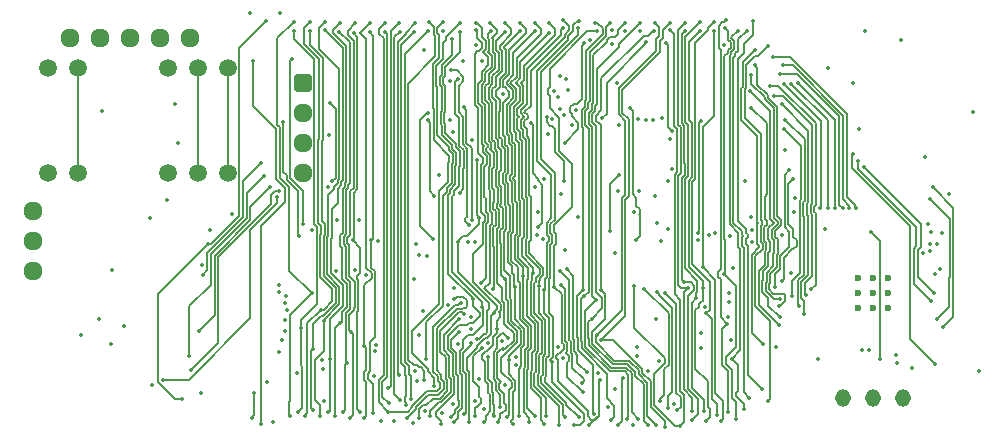
<source format=gbr>
%TF.GenerationSoftware,KiCad,Pcbnew,8.0.0*%
%TF.CreationDate,2024-02-28T09:47:00-08:00*%
%TF.ProjectId,SenseBarnacle,53656e73-6542-4617-926e-61636c652e6b,rev?*%
%TF.SameCoordinates,Original*%
%TF.FileFunction,Copper,L3,Inr*%
%TF.FilePolarity,Positive*%
%FSLAX46Y46*%
G04 Gerber Fmt 4.6, Leading zero omitted, Abs format (unit mm)*
G04 Created by KiCad (PCBNEW 8.0.0) date 2024-02-28 09:47:00*
%MOMM*%
%LPD*%
G01*
G04 APERTURE LIST*
G04 Aperture macros list*
%AMRoundRect*
0 Rectangle with rounded corners*
0 $1 Rounding radius*
0 $2 $3 $4 $5 $6 $7 $8 $9 X,Y pos of 4 corners*
0 Add a 4 corners polygon primitive as box body*
4,1,4,$2,$3,$4,$5,$6,$7,$8,$9,$2,$3,0*
0 Add four circle primitives for the rounded corners*
1,1,$1+$1,$2,$3*
1,1,$1+$1,$4,$5*
1,1,$1+$1,$6,$7*
1,1,$1+$1,$8,$9*
0 Add four rect primitives between the rounded corners*
20,1,$1+$1,$2,$3,$4,$5,0*
20,1,$1+$1,$4,$5,$6,$7,0*
20,1,$1+$1,$6,$7,$8,$9,0*
20,1,$1+$1,$8,$9,$2,$3,0*%
G04 Aperture macros list end*
%TA.AperFunction,ComponentPad*%
%ADD10RoundRect,0.225000X-0.525000X-0.525000X0.525000X-0.525000X0.525000X0.525000X-0.525000X0.525000X0*%
%TD*%
%TA.AperFunction,ComponentPad*%
%ADD11RoundRect,0.525000X-0.225000X-0.225000X0.225000X-0.225000X0.225000X0.225000X-0.225000X0.225000X0*%
%TD*%
%TA.AperFunction,ComponentPad*%
%ADD12RoundRect,0.525000X-0.225000X0.225000X-0.225000X-0.225000X0.225000X-0.225000X0.225000X0.225000X0*%
%TD*%
%TA.AperFunction,ComponentPad*%
%ADD13RoundRect,0.525000X0.225000X-0.225000X0.225000X0.225000X-0.225000X0.225000X-0.225000X-0.225000X0*%
%TD*%
%TA.AperFunction,ComponentPad*%
%ADD14C,1.500000*%
%TD*%
%TA.AperFunction,ComponentPad*%
%ADD15C,0.600000*%
%TD*%
%TA.AperFunction,ComponentPad*%
%ADD16O,1.300000X1.500000*%
%TD*%
%TA.AperFunction,ViaPad*%
%ADD17C,0.350000*%
%TD*%
%TA.AperFunction,Conductor*%
%ADD18C,0.150000*%
%TD*%
%TA.AperFunction,Conductor*%
%ADD19C,0.200000*%
%TD*%
G04 APERTURE END LIST*
D10*
%TO.N,I2C_SDA*%
%TO.C,J5*%
X58410599Y-30648400D03*
D11*
%TO.N,I2C_SCL*%
X58410599Y-33188400D03*
%TO.N,+3V3*%
X58410599Y-35728400D03*
%TO.N,LED_GND*%
X58410599Y-38268400D03*
%TD*%
D12*
%TO.N,LED_5V*%
%TO.C,J3*%
X38725599Y-26838400D03*
%TO.N,+3V3*%
X41265599Y-26838400D03*
%TO.N,LED_GND*%
X43805599Y-26838400D03*
%TO.N,-3.5V*%
X46345599Y-26838400D03*
%TO.N,+18V*%
X48885599Y-26838400D03*
%TD*%
D13*
%TO.N,Select_Probe*%
%TO.C,TP6*%
X35550599Y-46523400D03*
%TD*%
D14*
%TO.N,LED_5V*%
%TO.C,U5*%
X36795199Y-29403800D03*
%TO.N,LED_GND*%
X39335199Y-29403800D03*
%TO.N,-3.5V*%
X46955199Y-29403800D03*
%TO.N,LED_GND*%
X49495199Y-29403800D03*
%TO.N,+18V*%
X52035199Y-29403800D03*
%TD*%
D13*
%TO.N,Button_Probe*%
%TO.C,TP7*%
X35550599Y-43983400D03*
%TD*%
%TO.N,Voltage_Probe*%
%TO.C,TP13*%
X35550599Y-41483400D03*
%TD*%
D14*
%TO.N,LED_5V*%
%TO.C,U12*%
X36820599Y-38268400D03*
%TO.N,LED_GND*%
X39360599Y-38268400D03*
%TO.N,-3.5V*%
X46980599Y-38268400D03*
%TO.N,LED_GND*%
X49520599Y-38268400D03*
%TO.N,+18V*%
X52060599Y-38268400D03*
%TD*%
D15*
%TO.N,LED_GND*%
%TO.C,U9*%
X105390599Y-47158400D03*
X105390599Y-48433400D03*
X105390599Y-49708400D03*
X106665599Y-47158400D03*
X106665599Y-48433400D03*
X106665599Y-49708400D03*
X107940599Y-47158400D03*
X107940599Y-48433400D03*
X107940599Y-49708400D03*
%TD*%
D16*
%TO.N,/SWCLK*%
%TO.C,J2*%
X104130599Y-57318400D03*
%TO.N,LED_GND*%
X106670599Y-57318400D03*
%TO.N,/SWD*%
X109210599Y-57318400D03*
%TD*%
D17*
%TO.N,PDN*%
X98306015Y-31775400D03*
%TO.N,LRCK*%
X79992190Y-31856549D03*
%TO.N,SDOUT1*%
X81538390Y-32911280D03*
%TO.N,Net-(U13-Y1)*%
X60874399Y-38954200D03*
%TO.N,SDIN2*%
X80203363Y-30046125D03*
%TO.N,PDN*%
X101042444Y-48569199D03*
%TO.N,LED_GND*%
X70831199Y-30470600D03*
X73331294Y-42092800D03*
%TO.N,LED_5V*%
X81200948Y-34238022D03*
%TO.N,LED_GND*%
X105527599Y-34534600D03*
%TO.N,LED_5V*%
X55895999Y-59325000D03*
%TO.N,LED_GND*%
X98466399Y-52975000D03*
%TO.N,Net-(U2B-+)*%
X69908408Y-38454594D03*
%TO.N,LED_GND*%
X71542399Y-44085000D03*
X111111615Y-36939924D03*
X73145383Y-52304066D03*
X104976130Y-30630331D03*
%TO.N,Net-(U2B-+)*%
X78849732Y-38737889D03*
%TO.N,LED_GND*%
X45646485Y-56179322D03*
%TO.N,LED_5V*%
X56480199Y-24730200D03*
%TO.N,LED_GND*%
X47818799Y-35753800D03*
X73167999Y-37176200D03*
X109083599Y-26965400D03*
%TO.N,Net-(U13-Y2)*%
X60583012Y-39478696D03*
%TO.N,AOUT1R*%
X71679839Y-39924000D03*
%TO.N,TOP_RAIL_POS*%
X75565398Y-56195587D03*
%TO.N,+3V3*%
X47615599Y-32401000D03*
X102581199Y-43018200D03*
X98974399Y-43526200D03*
%TO.N,I2C_SCL*%
X111471199Y-40478200D03*
%TO.N,Net-(U2C-+)*%
X86833199Y-39817800D03*
%TO.N,+3V3*%
X89169999Y-27270200D03*
%TO.N,LED_GND*%
X54067199Y-59020200D03*
X68087999Y-55870600D03*
X53940199Y-24679400D03*
%TO.N,LED_5V*%
X41417999Y-33010600D03*
%TO.N,+3V3*%
X102022399Y-54041800D03*
%TO.N,Net-(U13-Y2)*%
X78096199Y-39488238D03*
%TO.N,SW_D*%
X111826799Y-48403000D03*
%TO.N,AOUT2L*%
X70983599Y-29505400D03*
%TO.N,Net-(U14-Y2)*%
X76421744Y-53807084D03*
%TO.N,-3.5V*%
X60096400Y-54863998D03*
%TO.N,+18V*%
X89322399Y-43018200D03*
%TO.N,AOUT1R*%
X71515799Y-30304054D03*
%TO.N,Y0_B*%
X85140794Y-34239200D03*
%TO.N,SDIN2*%
X98720399Y-49520600D03*
%TO.N,Net-(U2A--)*%
X71167792Y-34799205D03*
%TO.N,CAD{slash}CSN*%
X73095943Y-27439763D03*
%TO.N,SDIN2*%
X96661503Y-29154588D03*
%TO.N,Net-(U4-Center)*%
X42281599Y-46515400D03*
%TO.N,/QSPI_SCLK*%
X104689635Y-41225855D03*
%TO.N,Y0_A*%
X80584799Y-35703000D03*
%TO.N,Net-(U14-Y1)*%
X76419199Y-54489409D03*
%TO.N,CS_A*%
X108626399Y-53686200D03*
%TO.N,CAD{slash}CSN*%
X97958399Y-30877000D03*
%TO.N,/QSPI_SD0*%
X104105199Y-41240200D03*
%TO.N,Y0_B*%
X69459599Y-43881800D03*
%TO.N,Y3_B*%
X72964799Y-44085000D03*
%TO.N,DATA*%
X78729021Y-43855478D03*
X63160399Y-42256200D03*
%TO.N,CS_B*%
X108727999Y-54346600D03*
%TO.N,/QSPI_SD0*%
X98844534Y-29911802D03*
%TO.N,/QSPI_SD2*%
X100370339Y-30639057D03*
%TO.N,/QSPI_SD3*%
X105289423Y-41224606D03*
%TO.N,CS_B*%
X73353120Y-55670587D03*
%TO.N,/QSPI_SCLK*%
X99075999Y-29151526D03*
%TO.N,ADC_0*%
X70881999Y-33815400D03*
%TO.N,CAD{slash}CSN*%
X101445827Y-48125031D03*
%TO.N,Y3_B*%
X86629999Y-43932600D03*
%TO.N,CLK*%
X94852999Y-46342327D03*
%TO.N,RESET*%
X112353160Y-46424834D03*
%TO.N,CS_C*%
X109997999Y-54753000D03*
%TO.N,CS_A*%
X57877199Y-55176400D03*
%TO.N,RESET*%
X59148440Y-43059573D03*
%TO.N,CS_C*%
X88591431Y-54174432D03*
%TO.N,CLK*%
X64785999Y-43983400D03*
%TO.N,/QSPI_SD2*%
X103484008Y-41209408D03*
%TO.N,RESET*%
X72415596Y-44085000D03*
%TO.N,DATA*%
X92776799Y-43526200D03*
%TO.N,CLK*%
X80584799Y-44796200D03*
%TO.N,RESET*%
X88712799Y-43983400D03*
%TO.N,Net-(U2D--)*%
X79548372Y-33711026D03*
%TO.N,Net-(U4-A)*%
X39614599Y-51984400D03*
%TO.N,/QSPI_SS*%
X99176785Y-30762919D03*
X102225599Y-41240200D03*
%TO.N,Net-(U14-Y4)*%
X67884799Y-55057800D03*
X70206526Y-58625898D03*
%TO.N,/QSPI_SS*%
X113146167Y-40070368D03*
%TO.N,/XOUT*%
X106340599Y-53279800D03*
%TO.N,Net-(JP5-C)*%
X88791853Y-33620766D03*
%TO.N,Net-(JP4-C)*%
X88064892Y-33771723D03*
%TO.N,ADC_0_RP*%
X96449399Y-43091589D03*
%TO.N,AOUT2L*%
X102835199Y-29353000D03*
%TO.N,ADC_0_RP*%
X112145930Y-44236661D03*
%TO.N,Y0_C*%
X85156799Y-38395400D03*
%TO.N,Y3_A*%
X58435999Y-42561000D03*
%TO.N,SDOUT1*%
X98722445Y-51144154D03*
%TO.N,SDIN1*%
X96390999Y-29962600D03*
X98780101Y-48923575D03*
%TO.N,Net-(U2C--)*%
X84994631Y-30664032D03*
%TO.N,Y0_C*%
X84394799Y-43170600D03*
%TO.N,Net-(U2B--)*%
X72759200Y-35487000D03*
%TO.N,Net-(U9-GPIO0)*%
X99998599Y-41525655D03*
%TO.N,Net-(U15-Y4)*%
X67966033Y-44249600D03*
%TO.N,Net-(U9-GPIO0)*%
X45481999Y-42103800D03*
%TO.N,TOP_RAIL_POS*%
X60012514Y-54131519D03*
%TO.N,30*%
X72623825Y-51485920D03*
%TO.N,I2C_SCL*%
X96383599Y-41951400D03*
X112080799Y-50638200D03*
X91830399Y-43918716D03*
%TO.N,TOP_RAIL_POS*%
X96180399Y-57293000D03*
X95985999Y-26203400D03*
%TO.N,Net-(U2A-+)*%
X79144338Y-34987889D03*
%TO.N,-3.5V*%
X64430399Y-55464200D03*
%TO.N,+1V1*%
X106492799Y-43221400D03*
%TO.N,+18V*%
X52390799Y-41748200D03*
X78231294Y-43520410D03*
%TO.N,/XIN*%
X105744263Y-53213569D03*
%TO.N,+18V*%
X61296220Y-42276119D03*
%TO.N,Net-(U13-Y1)*%
X60706000Y-32359600D03*
%TO.N,AOUT1L*%
X72039145Y-32670346D03*
%TO.N,30*%
X94396240Y-58461400D03*
%TO.N,+3V3*%
X83763390Y-33625000D03*
X60655200Y-35052000D03*
%TO.N,Net-(U1C--)*%
X86424038Y-41528000D03*
%TO.N,SDOUT1*%
X96340199Y-32719892D03*
%TO.N,LED_OUT*%
X54219599Y-28743400D03*
X54879999Y-59528200D03*
%TO.N,7*%
X71792847Y-49264671D03*
X65649599Y-58461400D03*
X65395599Y-25568400D03*
X57004251Y-48716824D03*
%TO.N,26*%
X83642917Y-52420082D03*
X89525599Y-25543000D03*
X89097701Y-59807400D03*
%TO.N,43*%
X92431064Y-49572013D03*
X72507599Y-59350400D03*
X74588107Y-50149008D03*
X73059466Y-26181046D03*
%TO.N,27*%
X91021557Y-48002017D03*
X90795599Y-25543000D03*
X91384399Y-58430844D03*
X71217313Y-47970612D03*
%TO.N,ADC_3_RP*%
X93293399Y-43373800D03*
%TO.N,18*%
X77919196Y-46704200D03*
X63727329Y-46922773D03*
%TO.N,56*%
X90337200Y-59674809D03*
X86477599Y-47793400D03*
%TO.N,2*%
X59909199Y-49860200D03*
X59045599Y-25441400D03*
X58576218Y-58797114D03*
%TO.N,21*%
X82168907Y-48138243D03*
X83175599Y-25568400D03*
X83026245Y-58630460D03*
%TO.N,36*%
X64216893Y-43975400D03*
X64333281Y-58542082D03*
X64074799Y-26355800D03*
X68261956Y-45241649D03*
%TO.N,14*%
X64523900Y-53339349D03*
X74506884Y-48049294D03*
X74285595Y-25568408D03*
X74107997Y-53828417D03*
X74620387Y-58825903D03*
%TO.N,54*%
X95754953Y-58272691D03*
%TO.N,I2C_SDA*%
X111742261Y-39482307D03*
%TO.N,BOTTOM_RAIL_POS*%
X72962676Y-57549116D03*
%TO.N,54*%
X86934799Y-26254200D03*
X86350599Y-59604400D03*
X95233693Y-26213243D03*
X94724153Y-53971600D03*
%TO.N,55*%
X88154000Y-26203401D03*
X83675188Y-48151136D03*
X87620599Y-59604400D03*
%TO.N,I2C_SDA*%
X112588799Y-51298600D03*
X82718399Y-26965400D03*
%TO.N,LED_DATA_IN*%
X50380776Y-44293775D03*
X111910131Y-46829468D03*
X48224609Y-57421457D03*
%TO.N,34*%
X62185688Y-54329600D03*
X61839599Y-58461400D03*
X80427602Y-53948242D03*
X61483999Y-26305000D03*
%TO.N,29*%
X72664211Y-50485920D03*
X92574682Y-50154574D03*
X93483888Y-58775200D03*
X93211419Y-25493820D03*
%TO.N,8*%
X56910684Y-49309486D03*
%TO.N,28*%
X92384399Y-58444705D03*
X92065599Y-25492200D03*
X91701660Y-48887202D03*
X70741841Y-49427486D03*
%TO.N,37*%
X82449176Y-55153087D03*
X65014607Y-59223400D03*
X65395599Y-26305000D03*
X65685653Y-57735454D03*
X80742006Y-46417886D03*
%TO.N,10*%
X69080847Y-25486448D03*
%TO.N,18*%
X79017999Y-58848390D03*
X79238599Y-25568400D03*
%TO.N,24*%
X86822545Y-59063000D03*
X82859042Y-50610616D03*
X86985599Y-25543000D03*
%TO.N,13*%
X73596983Y-53052443D03*
%TO.N,41*%
X94499954Y-48428400D03*
%TO.N,9*%
X72075313Y-50211464D03*
X67935599Y-25568400D03*
X57031656Y-49897167D03*
X68207934Y-59006014D03*
X66584799Y-55343382D03*
%TO.N,LED_DATA_IN*%
X55286399Y-25390600D03*
%TO.N,13*%
X72959237Y-58853777D03*
X64595599Y-52797425D03*
X73040999Y-25593800D03*
X73533012Y-47556218D03*
%TO.N,42*%
X71745599Y-26305000D03*
%TO.N,39*%
X67833999Y-26355800D03*
%TO.N,3*%
X59842693Y-58853175D03*
X60315599Y-25441400D03*
X60167025Y-50772021D03*
%TO.N,51*%
X83301180Y-26235567D03*
X79700399Y-47891299D03*
X82667599Y-59604400D03*
%TO.N,46*%
X75850263Y-54080849D03*
X94643599Y-52365400D03*
%TO.N,60*%
X94129736Y-25997600D03*
X95113599Y-59096400D03*
X94081342Y-46844457D03*
%TO.N,25*%
X88317188Y-59607400D03*
%TO.N,BOTTOM_RAIL_NEG*%
X71556548Y-52757651D03*
X83378799Y-55210200D03*
X56353199Y-53432200D03*
%TO.N,59*%
X92278038Y-46261400D03*
X93183693Y-26228654D03*
X93791562Y-59290312D03*
%TO.N,4*%
X61585599Y-25568400D03*
%TO.N,15*%
X75709993Y-58917475D03*
X56353199Y-47742600D03*
X75493480Y-47197411D03*
%TO.N,35*%
X68924400Y-45314029D03*
X62703199Y-26406600D03*
X62660399Y-43975400D03*
X63236599Y-58461400D03*
%TO.N,1*%
X59147199Y-48453800D03*
%TO.N,BOTTOM_RAIL_POS*%
X55354199Y-55921400D03*
%TO.N,51*%
X83556599Y-55827800D03*
X86720722Y-53717773D03*
%TO.N,SW_D*%
X49593548Y-51650949D03*
%TO.N,1*%
X57351021Y-58850288D03*
X57648599Y-25441400D03*
%TO.N,12*%
X72096619Y-58685420D03*
X56632599Y-52365400D03*
X72651740Y-52687399D03*
X68865265Y-54047624D03*
X71745599Y-25568400D03*
%TO.N,33*%
X60706457Y-54004575D03*
X80007999Y-52986166D03*
X60569599Y-58522000D03*
X60264799Y-26152600D03*
%TO.N,39*%
X80274257Y-47716113D03*
X82119475Y-56836619D03*
X67149692Y-57931301D03*
X67756237Y-59400949D03*
%TO.N,TOP_RAIL_NEG*%
X96535999Y-25390600D03*
X60213999Y-57547000D03*
X97247199Y-56531000D03*
X89873473Y-57837510D03*
X73777099Y-58219620D03*
%TO.N,53*%
X97383739Y-52758036D03*
X92154597Y-53094936D03*
X85080599Y-59604400D03*
X96663186Y-27854588D03*
X85500787Y-55633815D03*
X85664799Y-26203400D03*
%TO.N,47*%
X88671736Y-57592467D03*
X78095599Y-26254200D03*
X77587599Y-59350400D03*
X87308808Y-48047083D03*
%TO.N,6*%
X63625599Y-58969400D03*
X64125599Y-25568400D03*
X63625599Y-52936635D03*
%TO.N,31*%
X57673999Y-26203400D03*
X58042499Y-58461400D03*
X58283599Y-51349400D03*
X68595999Y-49977800D03*
%TO.N,23*%
X85715599Y-25543000D03*
X83240192Y-49005200D03*
X85834599Y-59088400D03*
%TO.N,38*%
X80160399Y-46565319D03*
X82063113Y-56067278D03*
X66618756Y-57449357D03*
X66165599Y-59223400D03*
X66614799Y-26305000D03*
%TO.N,50*%
X81749906Y-25964638D03*
X79519199Y-54278658D03*
X86721028Y-53010971D03*
X81397599Y-59604400D03*
%TO.N,40*%
X67559876Y-57407296D03*
X68993603Y-26280800D03*
X75758799Y-52271200D03*
X68782845Y-58447069D03*
X75102099Y-58111155D03*
%TO.N,49*%
X80410720Y-26016677D03*
X90135041Y-58321333D03*
X80127599Y-59604400D03*
X89057745Y-48388254D03*
%TO.N,5*%
X62510599Y-51745065D03*
X62403120Y-58997989D03*
X62855599Y-25568400D03*
%TO.N,57*%
X90652277Y-47526465D03*
X91365690Y-59156661D03*
X90744799Y-26203400D03*
%TO.N,16*%
X76360399Y-47915157D03*
X56403999Y-48301400D03*
X76825599Y-25568400D03*
X76709993Y-58826122D03*
%TO.N,17*%
X67818493Y-47238719D03*
X77020759Y-47004200D03*
X78095599Y-25568400D03*
X78087599Y-58842400D03*
%TO.N,32*%
X59299599Y-53127400D03*
X58994799Y-26254200D03*
X59299599Y-58334400D03*
X68214947Y-51958800D03*
%TO.N,22*%
X84498632Y-59218000D03*
X82249749Y-48714624D03*
X84445599Y-25568400D03*
%TO.N,56*%
X89525599Y-26152600D03*
%TO.N,8*%
X67207934Y-59008107D03*
X65641599Y-56480200D03*
X71228931Y-48970612D03*
X66521199Y-25568400D03*
%TO.N,58*%
X92260283Y-47993896D03*
X92573599Y-59223400D03*
X92014799Y-26254202D03*
%TO.N,SW_D*%
X55647643Y-39487999D03*
%TO.N,30*%
X94343599Y-51034200D03*
%TO.N,11*%
X70301887Y-25505741D03*
X56886599Y-51603400D03*
X69545296Y-56258773D03*
X71668387Y-51725142D03*
X70919842Y-58927600D03*
%TO.N,41*%
X70140363Y-59484504D03*
X72801501Y-48973806D03*
X70293603Y-26221132D03*
X71024949Y-26904000D03*
%TO.N,52*%
X84557034Y-26144641D03*
X97824761Y-27481804D03*
X84242399Y-58105800D03*
X97805999Y-57547000D03*
%TO.N,20*%
X61196599Y-46523400D03*
X81781071Y-25365445D03*
X81778599Y-58961400D03*
X78806799Y-48199800D03*
%TO.N,25*%
X88204799Y-25543000D03*
X83320627Y-51940139D03*
%TO.N,10*%
X56886599Y-50714400D03*
X68647454Y-55748809D03*
X69207934Y-58870511D03*
X71676742Y-50659955D03*
%TO.N,44*%
X73777599Y-59350400D03*
X74822672Y-51461861D03*
X94424954Y-50439739D03*
X74336399Y-26254200D03*
%TO.N,46*%
X76190599Y-59477400D03*
X76825599Y-26203400D03*
%TO.N,19*%
X78427357Y-47819399D03*
X80627599Y-58961400D03*
%TO.N,15*%
X75555599Y-25568418D03*
%TO.N,48*%
X89313472Y-58127113D03*
%TO.N,BOTTOM_RAIL_POS*%
X84818199Y-56582400D03*
%TO.N,42*%
X94499954Y-49190400D03*
X73617494Y-49600760D03*
X71245599Y-59350400D03*
%TO.N,45*%
X74920599Y-59350400D03*
X75344799Y-53179621D03*
X92154597Y-51807773D03*
X75555599Y-26305000D03*
%TO.N,BOTTOM_RAIL_POS*%
X87636502Y-55048303D03*
%TO.N,4*%
X61133120Y-58813812D03*
X61585599Y-50976400D03*
%TO.N,19*%
X62791999Y-46469721D03*
X80410720Y-25309570D03*
%TO.N,LED_GND*%
X88306399Y-50638200D03*
X115179599Y-33061400D03*
%TO.N,30*%
X94253038Y-25284708D03*
%TO.N,/QSPI_SD1*%
X102884339Y-41240196D03*
%TO.N,ADC_2*%
X80533999Y-38954200D03*
%TO.N,MCK*%
X80495750Y-33349200D03*
%TO.N,ADC_1*%
X89644892Y-37940773D03*
%TO.N,BICK*%
X99278375Y-33769892D03*
%TO.N,SDIN1*%
X80733674Y-30266833D03*
%TO.N,LRCK*%
X100853999Y-50181000D03*
%TO.N,AOUT2L*%
X72491600Y-42672000D03*
%TO.N,Net-(U15-Y4)*%
X84851999Y-44999400D03*
%TO.N,Net-(U4-D)*%
X43302124Y-51251834D03*
%TO.N,/QSPI_SD1*%
X99774075Y-30705929D03*
%TO.N,Button_Probe*%
X50511199Y-43069000D03*
%TO.N,ADC_2*%
X79060799Y-33518600D03*
%TO.N,Select_Probe*%
X49834800Y-46024800D03*
%TO.N,ADC_2*%
X89322399Y-38903400D03*
%TO.N,Net-(U4-B)*%
X42154599Y-52746400D03*
%TO.N,AOUT2R*%
X73595943Y-28805014D03*
%TO.N,Y3_B*%
X86135771Y-32793629D03*
%TO.N,ADC_2_RP*%
X111506579Y-44866726D03*
%TO.N,ADC_1*%
X69510399Y-40173400D03*
%TO.N,Voltage_Probe*%
X81724408Y-42017023D03*
%TO.N,ADC_1*%
X68978324Y-33813319D03*
%TO.N,Y3_A*%
X57521599Y-28591000D03*
%TO.N,Y3_C*%
X92099444Y-33854843D03*
%TO.N,BICK*%
X80153262Y-32856549D03*
%TO.N,Net-(U14-Y2)*%
X75291572Y-52511081D03*
%TO.N,GPI0_2*%
X99753399Y-46758311D03*
%TO.N,Y3_C*%
X91830399Y-43323000D03*
%TO.N,Y0_A*%
X58123199Y-43577000D03*
%TO.N,LRCK*%
X98974399Y-32451800D03*
%TO.N,Net-(U9-GPIO1)*%
X100096954Y-40398193D03*
%TO.N,SDOUT2*%
X80889599Y-31232600D03*
%TO.N,BICK*%
X100396799Y-49520600D03*
%TO.N,SDOUT2*%
X98771199Y-50485800D03*
%TO.N,ADC_1_RP*%
X111546750Y-44268070D03*
%TO.N,Net-(U9-GPIO1)*%
X46888400Y-40538400D03*
%TO.N,ADC_1_RP*%
X96449399Y-44072711D03*
%TO.N,/QSPI_SD3*%
X98194547Y-28454600D03*
%TO.N,Y3_A*%
X84553245Y-27322954D03*
%TO.N,Y0_B*%
X69002399Y-33213800D03*
%TO.N,PDN*%
X71964431Y-28778568D03*
%TO.N,Net-(JP3-C)*%
X87493599Y-33772600D03*
%TO.N,MCK*%
X99180249Y-34529065D03*
%TO.N,Net-(U4-C)*%
X41138599Y-50587400D03*
%TO.N,AOUT2R*%
X105970915Y-26203400D03*
%TO.N,AOUT1L*%
X72735531Y-42214800D03*
%TO.N,ADC_2_RP*%
X94593399Y-43620062D03*
%TO.N,Y0_A*%
X56759599Y-33975800D03*
%TO.N,MCK*%
X99807999Y-48691569D03*
%TO.N,SDOUT2*%
X96306770Y-31312015D03*
%TO.N,Y0_A*%
X82258368Y-27232227D03*
%TO.N,GPI0_2*%
X115687606Y-55057814D03*
%TO.N,ADC_0*%
X89506096Y-35350483D03*
%TO.N,Net-(U1B--)*%
X85105999Y-39793600D03*
%TO.N,SW_A*%
X98974399Y-47437800D03*
X56212428Y-40337429D03*
%TO.N,+3V3*%
X87493599Y-27151598D03*
X94097599Y-27422600D03*
%TO.N,SW_A*%
X99945599Y-38751000D03*
%TO.N,SW_PUSH*%
X54879999Y-37430200D03*
X111928399Y-54397400D03*
X49923999Y-46879000D03*
X104968799Y-36668200D03*
%TO.N,SW_C*%
X105375199Y-37277800D03*
X48793446Y-53766500D03*
X111582567Y-49123968D03*
X55127416Y-38534093D03*
%TO.N,Net-(U6-AVDRV)*%
X79658573Y-31328034D03*
X68646799Y-27829000D03*
%TO.N,SW_B*%
X48971200Y-54956198D03*
X99607584Y-38036139D03*
X56373465Y-39819055D03*
X98382986Y-47895286D03*
%TO.N,Net-(U2D-+)*%
X78296599Y-41538238D03*
%TO.N,SW_A*%
X46583600Y-55778400D03*
%TO.N,+3V3*%
X89627199Y-34687000D03*
%TO.N,Net-(U1D--)*%
X88255599Y-40173400D03*
%TO.N,I2C_SDA*%
X95832799Y-38954200D03*
%TO.N,LED_GND*%
X71085199Y-57801000D03*
%TO.N,+1V1*%
X111623599Y-43221400D03*
%TO.N,LED_GND*%
X54304199Y-56896457D03*
X49749199Y-56896457D03*
%TO.N,+1V1*%
X107254799Y-53991000D03*
%TO.N,+3V3*%
X112537999Y-43373800D03*
X99228399Y-36312600D03*
X111318799Y-42611800D03*
%TO.N,LED_GND*%
X75367431Y-31604431D03*
%TO.N,ADC_3_RP*%
X110957984Y-45004699D03*
%TO.N,ADC_3*%
X78305009Y-42851661D03*
X77771227Y-33993257D03*
X88407999Y-42510200D03*
%TO.N,Net-(JP2-C)*%
X86825199Y-33721800D03*
%TO.N,Net-(U14-Y1)*%
X74053519Y-52665691D03*
%TO.N,Net-(U1A--)*%
X80290891Y-40027799D03*
%TO.N,SW_D*%
X105933999Y-37735000D03*
%TO.N,48*%
X78857599Y-59477400D03*
X88425653Y-48344454D03*
X79263999Y-26406600D03*
%TD*%
D18*
%TO.N,AOUT2L*%
X72288999Y-41954918D02*
X72288999Y-37984116D01*
X72015799Y-30511161D02*
X72015799Y-30096947D01*
X72491600Y-42672000D02*
X72140296Y-42320696D01*
X71959200Y-33494574D02*
X71593853Y-33129227D01*
X72140296Y-42320696D02*
X72140296Y-42103621D01*
X72140296Y-42103621D02*
X72288999Y-41954918D01*
X71593853Y-30933107D02*
X72015799Y-30511161D01*
X72288999Y-37984116D02*
X72339799Y-37933316D01*
X72339799Y-37933316D02*
X72339799Y-36198970D01*
X72339799Y-36198970D02*
X71959200Y-35818371D01*
X71959200Y-35818371D02*
X71959200Y-33494574D01*
X71593853Y-33129227D02*
X71593853Y-30933107D01*
X72015799Y-30096947D02*
X71424252Y-29505400D01*
X71424252Y-29505400D02*
X70983599Y-29505400D01*
%TO.N,43*%
X73303050Y-27939763D02*
X73185548Y-27939763D01*
%TO.N,47*%
X75669606Y-32468983D02*
X76192431Y-31946158D01*
%TO.N,50*%
X79360399Y-43355485D02*
X79360399Y-42597835D01*
%TO.N,49*%
X78311199Y-55333827D02*
X78419199Y-55225827D01*
%TO.N,19*%
X77159200Y-34312391D02*
X77159200Y-33898177D01*
%TO.N,13*%
X73040999Y-25593800D02*
X73128245Y-25681046D01*
%TO.N,44*%
X74336399Y-26254200D02*
X74059586Y-26531013D01*
%TO.N,13*%
X73792999Y-40270116D02*
X73945399Y-40422516D01*
X73559200Y-35803559D02*
X73710745Y-35955104D01*
%TO.N,46*%
X75993480Y-46990304D02*
X75993480Y-47404518D01*
%TO.N,20*%
X81542799Y-25464638D02*
X81681878Y-25464638D01*
%TO.N,17*%
X75969606Y-33390715D02*
X75959200Y-33401121D01*
%TO.N,16*%
X75792999Y-36088889D02*
X75792999Y-38263511D01*
%TO.N,13*%
X73637198Y-29605014D02*
X73569599Y-29605014D01*
%TO.N,19*%
X78427357Y-47420377D02*
X78504660Y-47343074D01*
%TO.N,49*%
X77405827Y-30503289D02*
X77405827Y-29433172D01*
%TO.N,48*%
X76259200Y-34685183D02*
X76259200Y-33525385D01*
%TO.N,44*%
X74195943Y-27895398D02*
X74073895Y-28017447D01*
%TO.N,47*%
X75669606Y-30542454D02*
X76205827Y-30006233D01*
%TO.N,15*%
X74769603Y-30733336D02*
X74769601Y-30733338D01*
%TO.N,17*%
X78095599Y-25568400D02*
X78595599Y-26068400D01*
%TO.N,43*%
X72964600Y-32489647D02*
X73259200Y-32784247D01*
%TO.N,14*%
X74495943Y-28015231D02*
X74705827Y-28225115D01*
X74169603Y-30484808D02*
X74169601Y-30484810D01*
X74731294Y-42672699D02*
X74545399Y-42858594D01*
%TO.N,13*%
X73945399Y-47143831D02*
X73533012Y-47556218D01*
%TO.N,44*%
X74195943Y-26984128D02*
X74195943Y-27895398D01*
%TO.N,48*%
X76792431Y-32194686D02*
X76792431Y-31014176D01*
%TO.N,47*%
X76192431Y-31262704D02*
X75669606Y-30739879D01*
%TO.N,44*%
X73869601Y-30360546D02*
X73869601Y-30507080D01*
%TO.N,49*%
X77296199Y-38547612D02*
X77292999Y-38544412D01*
%TO.N,13*%
X73569599Y-29605014D02*
X73569599Y-30382818D01*
%TO.N,43*%
X73595943Y-27232656D02*
X73595943Y-27646870D01*
%TO.N,44*%
X74431294Y-42548435D02*
X74245399Y-42734330D01*
%TO.N,19*%
X78504660Y-47185088D02*
X78760399Y-46929349D01*
%TO.N,43*%
X72838399Y-47461380D02*
X74864599Y-49487580D01*
%TO.N,18*%
X76569606Y-33341213D02*
X76718621Y-33490228D01*
%TO.N,48*%
X76419422Y-30641167D02*
X76805827Y-30254761D01*
%TO.N,46*%
X75423910Y-27605089D02*
X75423910Y-27670406D01*
%TO.N,44*%
X74143799Y-39637852D02*
X74296199Y-39790252D01*
%TO.N,AOUT1L*%
X72259200Y-35694107D02*
X72735531Y-36170438D01*
%TO.N,48*%
X76831294Y-40643053D02*
X76696199Y-40507958D01*
%TO.N,44*%
X74296199Y-40556548D02*
X74245399Y-40607348D01*
%TO.N,16*%
X75389339Y-31001600D02*
X75507063Y-31001600D01*
%TO.N,46*%
X75069603Y-30857600D02*
X75069601Y-30857602D01*
%TO.N,43*%
X74864599Y-49487580D02*
X74864599Y-49756820D01*
%TO.N,15*%
X75305827Y-27976587D02*
X75305827Y-29633441D01*
%TO.N,44*%
X74245399Y-47539754D02*
X73793218Y-47991935D01*
%TO.N,17*%
X75969606Y-32593247D02*
X75969606Y-33390715D01*
X76396199Y-40632222D02*
X76531294Y-40767317D01*
%TO.N,46*%
X75069601Y-31004136D02*
X74764600Y-31309137D01*
%TO.N,15*%
X74759200Y-32904065D02*
X74759200Y-35306503D01*
%TO.N,49*%
X77292999Y-35467569D02*
X77059200Y-35233770D01*
%TO.N,13*%
X73945399Y-41575534D02*
X74131294Y-41761429D01*
%TO.N,14*%
X74359200Y-35755031D02*
X74359200Y-36155177D01*
%TO.N,46*%
X76064599Y-50759965D02*
X76858799Y-51554165D01*
%TO.N,16*%
X75892431Y-31386968D02*
X75892431Y-31821894D01*
%TO.N,14*%
X74159200Y-32411455D02*
X74159200Y-35555031D01*
%TO.N,45*%
X74892999Y-37890719D02*
X74743799Y-38039919D01*
%TO.N,15*%
X74464600Y-31868327D02*
X74769601Y-32173328D01*
%TO.N,19*%
X77159200Y-33898177D02*
X77448199Y-33609178D01*
%TO.N,49*%
X76869606Y-33216949D02*
X76869606Y-32966039D01*
%TO.N,45*%
X75005827Y-28100851D02*
X75005827Y-29509177D01*
%TO.N,47*%
X77111199Y-58520221D02*
X77111199Y-54836771D01*
%TO.N,43*%
X73059466Y-26181046D02*
X73185548Y-26307128D01*
%TO.N,46*%
X75059200Y-35182239D02*
X75259200Y-35382239D01*
%TO.N,47*%
X75948199Y-38896668D02*
X75948199Y-38532575D01*
%TO.N,19*%
X80568523Y-26565981D02*
X80949906Y-26184598D01*
%TO.N,14*%
X74169603Y-29921137D02*
X74169603Y-30484808D01*
%TO.N,19*%
X77705827Y-30627553D02*
X77705827Y-29599673D01*
%TO.N,43*%
X73645399Y-44314707D02*
X72838399Y-45121707D01*
%TO.N,48*%
X77391150Y-47340916D02*
X77494196Y-47237870D01*
%TO.N,45*%
X74892999Y-36461681D02*
X74892999Y-37890719D01*
%TO.N,13*%
X74105827Y-28473643D02*
X74105827Y-29136385D01*
%TO.N,46*%
X75259200Y-35979354D02*
X75492999Y-36213153D01*
%TO.N,45*%
X74469603Y-30045401D02*
X74469603Y-30609072D01*
%TO.N,17*%
X76392999Y-38512039D02*
X76248199Y-38656839D01*
%TO.N,AOUT1L*%
X72039145Y-32670346D02*
X72259200Y-32890401D01*
%TO.N,47*%
X77219199Y-54728771D02*
X77219199Y-53214963D01*
%TO.N,49*%
X78120759Y-47144725D02*
X78460399Y-46805085D01*
%TO.N,14*%
X74592999Y-37766455D02*
X74443799Y-37915655D01*
%TO.N,44*%
X75164599Y-49881084D02*
X75054277Y-49991406D01*
%TO.N,14*%
X74359200Y-36155177D02*
X74263199Y-36251178D01*
%TO.N,20*%
X78271227Y-29602937D02*
X80868523Y-27005641D01*
%TO.N,45*%
X76258799Y-51802693D02*
X76258799Y-52478307D01*
%TO.N,16*%
X76293480Y-46866040D02*
X76293480Y-47848238D01*
%TO.N,43*%
X74588107Y-50033312D02*
X74588107Y-50149008D01*
%TO.N,13*%
X73559466Y-25973939D02*
X73559466Y-26771915D01*
%TO.N,44*%
X74405827Y-28349379D02*
X74405827Y-29260649D01*
%TO.N,46*%
X75467999Y-44103283D02*
X75467999Y-46464823D01*
%TO.N,45*%
X74469601Y-32297592D02*
X74469601Y-32769400D01*
%TO.N,43*%
X73259200Y-36547201D02*
X73692999Y-36981000D01*
%TO.N,19*%
X77359200Y-34512391D02*
X77159200Y-34312391D01*
%TO.N,14*%
X74705827Y-29384913D02*
X74169603Y-29921137D01*
%TO.N,50*%
X79360399Y-42597835D02*
X79751199Y-42207035D01*
X78571227Y-29727201D02*
X81749906Y-26548522D01*
%TO.N,14*%
X74443799Y-39513588D02*
X74596199Y-39665988D01*
%TO.N,48*%
X76259200Y-33525385D02*
X76269606Y-33514979D01*
%TO.N,14*%
X74263199Y-36251178D02*
X74263199Y-36256145D01*
%TO.N,43*%
X73692999Y-37393663D02*
X73492999Y-37593663D01*
%TO.N,14*%
X73864600Y-32116855D02*
X74159200Y-32411455D01*
%TO.N,20*%
X79451199Y-38415128D02*
X78271227Y-37235156D01*
%TO.N,43*%
X73692999Y-36981000D02*
X73692999Y-37393663D01*
%TO.N,51*%
X79133573Y-31545497D02*
X79133573Y-31110571D01*
%TO.N,15*%
X75145399Y-43107122D02*
X75145399Y-44204947D01*
%TO.N,45*%
X75464599Y-51008493D02*
X76258799Y-51802693D01*
%TO.N,13*%
X73649631Y-28017447D02*
X74105827Y-28473643D01*
%TO.N,46*%
X75605827Y-27852323D02*
X75605827Y-29757705D01*
%TO.N,16*%
X75359200Y-33152593D02*
X75359200Y-35057975D01*
%TO.N,14*%
X74705827Y-28225115D02*
X74705827Y-29384913D01*
%TO.N,13*%
X73559466Y-26771915D02*
X73895943Y-27108392D01*
%TO.N,17*%
X78595599Y-26068400D02*
X78595599Y-26461307D01*
%TO.N,47*%
X75659200Y-34933711D02*
X75659200Y-33276857D01*
%TO.N,16*%
X77325599Y-26410507D02*
X75905827Y-27830279D01*
%TO.N,44*%
X74296199Y-39790252D02*
X74296199Y-40556548D01*
%TO.N,13*%
X74105827Y-29136385D02*
X73637198Y-29605014D01*
%TO.N,50*%
X79558799Y-53845211D02*
X79558799Y-50435789D01*
%TO.N,45*%
X75005827Y-29509177D02*
X74469603Y-30045401D01*
%TO.N,51*%
X79700399Y-44439735D02*
X79829021Y-44311113D01*
%TO.N,50*%
X79751199Y-38290864D02*
X78571227Y-37110892D01*
%TO.N,47*%
X76092999Y-38387775D02*
X76092999Y-35964625D01*
%TO.N,49*%
X80127599Y-59604400D02*
X80127599Y-58004200D01*
%TO.N,48*%
X77494196Y-46273196D02*
X76667999Y-45446999D01*
%TO.N,13*%
X73945399Y-40422516D02*
X73945399Y-41575534D01*
%TO.N,45*%
X75299559Y-49074012D02*
X75464599Y-49239052D01*
%TO.N,44*%
X73859200Y-35679295D02*
X74059200Y-35879295D01*
%TO.N,46*%
X75069601Y-30857602D02*
X75069601Y-31004136D01*
%TO.N,15*%
X74769601Y-32893664D02*
X74759200Y-32904065D01*
%TO.N,49*%
X77431294Y-43791075D02*
X77431294Y-40394525D01*
%TO.N,17*%
X78595599Y-26461307D02*
X76505827Y-28551079D01*
%TO.N,19*%
X77448199Y-33371278D02*
X77169606Y-33092685D01*
%TO.N,16*%
X76825599Y-25568400D02*
X77325599Y-26068400D01*
%TO.N,18*%
X79238599Y-25568400D02*
X79763999Y-26093800D01*
%TO.N,45*%
X74469601Y-32769400D02*
X74459200Y-32779801D01*
%TO.N,43*%
X73185548Y-26307128D02*
X73185548Y-26822261D01*
X72838399Y-45121707D02*
X72838399Y-47461380D01*
%TO.N,48*%
X78058799Y-51057109D02*
X77391150Y-50389460D01*
%TO.N,47*%
X76092999Y-35964625D02*
X75859200Y-35730826D01*
%TO.N,44*%
X74245399Y-40607348D02*
X74245399Y-41451270D01*
%TO.N,13*%
X73264600Y-30687817D02*
X73264600Y-32365383D01*
%TO.N,18*%
X77131294Y-40518789D02*
X77131294Y-43666811D01*
%TO.N,50*%
X79275399Y-50152389D02*
X79275399Y-47262877D01*
%TO.N,44*%
X73963199Y-36380409D02*
X74292999Y-36710209D01*
%TO.N,46*%
X76064599Y-48990524D02*
X76064599Y-50759965D01*
D19*
%TO.N,LED_GND*%
X73320399Y-42154600D02*
X73320399Y-42103695D01*
D18*
%TO.N,15*%
X75167999Y-46871930D02*
X75493480Y-47197411D01*
%TO.N,18*%
X76759200Y-35358034D02*
X76992999Y-35591833D01*
%TO.N,44*%
X75123323Y-50474666D02*
X74830430Y-50767559D01*
%TO.N,47*%
X76593480Y-47385591D02*
X76593480Y-46221008D01*
%TO.N,13*%
X73128245Y-25681046D02*
X73266573Y-25681046D01*
%TO.N,47*%
X76231294Y-40891581D02*
X76096199Y-40756486D01*
%TO.N,15*%
X75192999Y-36337417D02*
X75192999Y-38014983D01*
%TO.N,13*%
X73992999Y-37517927D02*
X73792999Y-37717927D01*
%TO.N,17*%
X76492431Y-32070422D02*
X75969606Y-32593247D01*
%TO.N,46*%
X75605827Y-29757705D02*
X75069603Y-30293929D01*
%TO.N,45*%
X74459200Y-35430767D02*
X74659200Y-35630767D01*
%TO.N,46*%
X75850263Y-53735371D02*
X75850263Y-54080849D01*
%TO.N,45*%
X74164600Y-31992591D02*
X74469601Y-32297592D01*
%TO.N,15*%
X75145399Y-44204947D02*
X75167999Y-44227547D01*
%TO.N,45*%
X74795943Y-27890967D02*
X75005827Y-28100851D01*
%TO.N,43*%
X73831294Y-42299907D02*
X73645399Y-42485802D01*
%TO.N,18*%
X76718621Y-33490228D02*
X76559200Y-33649649D01*
%TO.N,14*%
X74169601Y-30631344D02*
X73864600Y-30936345D01*
%TO.N,19*%
X77169606Y-33090303D02*
X77692431Y-32567478D01*
%TO.N,ADC_3*%
X77892999Y-34115029D02*
X77892999Y-38287400D01*
%TO.N,16*%
X75507063Y-31001600D02*
X75892431Y-31386968D01*
%TO.N,50*%
X79529021Y-44186849D02*
X79529021Y-43524107D01*
%TO.N,14*%
X74545399Y-40731612D02*
X74545399Y-41327006D01*
X74567999Y-47988179D02*
X74506884Y-48049294D01*
%TO.N,47*%
X77587599Y-59350400D02*
X77587599Y-58996621D01*
%TO.N,18*%
X77919196Y-46273932D02*
X77919196Y-46704200D01*
%TO.N,48*%
X76792431Y-31014176D02*
X76419422Y-30641167D01*
%TO.N,46*%
X75069603Y-30293929D02*
X75069603Y-30857600D01*
%TO.N,44*%
X74245399Y-42734330D02*
X74245399Y-47539754D01*
%TO.N,47*%
X75859200Y-35133711D02*
X75659200Y-34933711D01*
%TO.N,46*%
X75492999Y-38139247D02*
X75348199Y-38284047D01*
%TO.N,19*%
X77692431Y-30640949D02*
X77705827Y-30627553D01*
%TO.N,15*%
X75145399Y-40980140D02*
X75145399Y-41078478D01*
%TO.N,17*%
X76159200Y-35606562D02*
X76392999Y-35840361D01*
%TO.N,43*%
X73259200Y-32784247D02*
X73259200Y-36547201D01*
%TO.N,17*%
X76248199Y-38656839D02*
X76248199Y-38772404D01*
%TO.N,46*%
X75496199Y-39293196D02*
X75496199Y-41005014D01*
%TO.N,51*%
X79297799Y-29424893D02*
X82487125Y-26235567D01*
%TO.N,16*%
X75796199Y-39168932D02*
X75796199Y-40880750D01*
%TO.N,46*%
X76858799Y-51554165D02*
X76858799Y-52726835D01*
%TO.N,15*%
X75192999Y-38014983D02*
X75048199Y-38159783D01*
%TO.N,48*%
X76696199Y-40507958D02*
X76696199Y-38796140D01*
%TO.N,43*%
X73492999Y-37593663D02*
X73492999Y-41592800D01*
%TO.N,17*%
X76392999Y-35840361D02*
X76392999Y-38512039D01*
%TO.N,14*%
X74596199Y-40680812D02*
X74545399Y-40731612D01*
%TO.N,45*%
X74743799Y-38039919D02*
X74743799Y-39389324D01*
%TO.N,46*%
X75069601Y-33017928D02*
X75059200Y-33028329D01*
%TO.N,17*%
X75959200Y-33401121D02*
X75959200Y-34809447D01*
%TO.N,13*%
X73559200Y-32659983D02*
X73559200Y-35803559D01*
%TO.N,16*%
X75892431Y-31821894D02*
X75369601Y-32344724D01*
%TO.N,13*%
X73945399Y-42610066D02*
X73945399Y-47143831D01*
%TO.N,49*%
X77392431Y-32443214D02*
X77392431Y-30516685D01*
%TO.N,47*%
X75859200Y-35730826D02*
X75859200Y-35133711D01*
%TO.N,48*%
X77711199Y-56436328D02*
X77711199Y-55085299D01*
%TO.N,13*%
X73663199Y-36002650D02*
X73663199Y-36504673D01*
%TO.N,16*%
X75792999Y-38263511D02*
X75648199Y-38408311D01*
%TO.N,17*%
X76248199Y-38772404D02*
X76396199Y-38920404D01*
%TO.N,45*%
X74845399Y-41202742D02*
X75031294Y-41388637D01*
%TO.N,47*%
X76096199Y-39044668D02*
X75948199Y-38896668D01*
%TO.N,43*%
X73831294Y-41931095D02*
X73831294Y-42299907D01*
X73492999Y-41592800D02*
X73831294Y-41931095D01*
%TO.N,44*%
X73859200Y-32535719D02*
X73859200Y-35679295D01*
%TO.N,13*%
X74131294Y-41761429D02*
X74131294Y-42424171D01*
%TO.N,47*%
X76096199Y-40756486D02*
X76096199Y-39044668D01*
%TO.N,18*%
X76559200Y-34560919D02*
X76759200Y-34760919D01*
%TO.N,48*%
X76269605Y-32717512D02*
X76792431Y-32194686D01*
%TO.N,47*%
X77111199Y-54836771D02*
X77219199Y-54728771D01*
%TO.N,45*%
X75031294Y-41388637D02*
X75031294Y-42796963D01*
%TO.N,18*%
X77105827Y-30379025D02*
X76843686Y-30641167D01*
%TO.N,48*%
X78857599Y-59477400D02*
X78565608Y-59185409D01*
X78565608Y-57290737D02*
X77711199Y-56436328D01*
%TO.N,45*%
X75555599Y-26305000D02*
X74795943Y-27064656D01*
%TO.N,17*%
X76531294Y-40767317D02*
X76531294Y-43418283D01*
%TO.N,18*%
X76967999Y-45322735D02*
X77919196Y-46273932D01*
%TO.N,44*%
X73869603Y-30360544D02*
X73869601Y-30360546D01*
%TO.N,18*%
X76996199Y-40383694D02*
X77131294Y-40518789D01*
%TO.N,44*%
X74292999Y-37642191D02*
X74143799Y-37791391D01*
%TO.N,14*%
X74545399Y-41327006D02*
X74731294Y-41512901D01*
%TO.N,43*%
X73595943Y-27646870D02*
X73303050Y-27939763D01*
%TO.N,44*%
X73963199Y-36126914D02*
X73963199Y-36380409D01*
%TO.N,14*%
X74430816Y-26794738D02*
X74495943Y-26859864D01*
%TO.N,15*%
X75145399Y-41078478D02*
X75331294Y-41264373D01*
%TO.N,46*%
X75467999Y-46464823D02*
X75993480Y-46990304D01*
%TO.N,44*%
X74405827Y-29260649D02*
X73869603Y-29796873D01*
%TO.N,14*%
X74731294Y-41512901D02*
X74731294Y-42672699D01*
%TO.N,45*%
X74896199Y-40805076D02*
X74845399Y-40855876D01*
%TO.N,47*%
X76231294Y-43294019D02*
X76231294Y-40891581D01*
%TO.N,16*%
X75745399Y-43355650D02*
X75745399Y-43956419D01*
%TO.N,13*%
X74131294Y-42424171D02*
X73945399Y-42610066D01*
%TO.N,ADC_3*%
X78697199Y-39237889D02*
X78697199Y-42459471D01*
%TO.N,44*%
X74059200Y-35879295D02*
X74059200Y-36030913D01*
%TO.N,17*%
X76531294Y-43418283D02*
X76367999Y-43581578D01*
%TO.N,15*%
X74769603Y-30169665D02*
X74769603Y-30733336D01*
%TO.N,16*%
X75905827Y-27830279D02*
X75905827Y-29881969D01*
%TO.N,46*%
X75445399Y-43231386D02*
X75445399Y-44080683D01*
%TO.N,15*%
X74959200Y-36103618D02*
X75192999Y-36337417D01*
%TO.N,46*%
X74764600Y-31744063D02*
X75069601Y-32049064D01*
%TO.N,15*%
X75095943Y-27766703D02*
X75305827Y-27976587D01*
D19*
%TO.N,LED_GND*%
X73320399Y-42103695D02*
X73331294Y-42092800D01*
D18*
%TO.N,51*%
X79297799Y-32750825D02*
X79297799Y-31709723D01*
%TO.N,43*%
X73645399Y-42485802D02*
X73645399Y-44314707D01*
%TO.N,15*%
X75167999Y-44227547D02*
X75167999Y-46871930D01*
%TO.N,45*%
X75464599Y-49239052D02*
X75464599Y-51008493D01*
%TO.N,14*%
X74567999Y-44476075D02*
X74567999Y-47988179D01*
%TO.N,46*%
X75496199Y-41005014D02*
X75631294Y-41140109D01*
%TO.N,44*%
X74830430Y-51454103D02*
X74822672Y-51461861D01*
%TO.N,16*%
X76119196Y-46691756D02*
X76293480Y-46866040D01*
%TO.N,49*%
X77059200Y-34636655D02*
X76859200Y-34436655D01*
%TO.N,20*%
X81304749Y-26254019D02*
X81304749Y-26226588D01*
%TO.N,14*%
X73864600Y-30936345D02*
X73864600Y-32116855D01*
%TO.N,15*%
X75331294Y-42921227D02*
X75145399Y-43107122D01*
%TO.N,13*%
X73895943Y-27771134D02*
X73649631Y-28017447D01*
%TO.N,50*%
X79529021Y-43524107D02*
X79360399Y-43355485D01*
%TO.N,44*%
X73793218Y-47991935D02*
X75164599Y-49363316D01*
%TO.N,20*%
X79451199Y-42082771D02*
X79451199Y-38415128D01*
%TO.N,19*%
X77169606Y-33092685D02*
X77169606Y-33090303D01*
%TO.N,15*%
X75305827Y-29633441D02*
X74769603Y-30169665D01*
%TO.N,43*%
X73185548Y-26822261D02*
X73595943Y-27232656D01*
%TO.N,14*%
X74263199Y-36256145D02*
X74592999Y-36585945D01*
%TO.N,43*%
X73185548Y-27939763D02*
X72964600Y-28160711D01*
%TO.N,19*%
X80949906Y-26184598D02*
X80949906Y-25848756D01*
%TO.N,ADC_3*%
X78349732Y-38890422D02*
X78697199Y-39237889D01*
%TO.N,46*%
X75911199Y-48837124D02*
X76064599Y-48990524D01*
%TO.N,44*%
X73564600Y-32241119D02*
X73859200Y-32535719D01*
%TO.N,43*%
X72964600Y-28160711D02*
X72964600Y-32489647D01*
%TO.N,13*%
X73895943Y-27108392D02*
X73895943Y-27771134D01*
%TO.N,50*%
X79322275Y-54081734D02*
X79558799Y-53845211D01*
%TO.N,13*%
X73569599Y-30382818D02*
X73264600Y-30687817D01*
X73663199Y-36504673D02*
X73992999Y-36834473D01*
X73710745Y-35955104D02*
X73663199Y-36002650D01*
%TO.N,19*%
X77731294Y-40270261D02*
X77596199Y-40135166D01*
%TO.N,13*%
X73792999Y-37717927D02*
X73792999Y-40270116D01*
%TO.N,15*%
X76055599Y-26512107D02*
X75095943Y-27471763D01*
%TO.N,44*%
X74059586Y-26847771D02*
X74195943Y-26984128D01*
X74292999Y-36710209D02*
X74292999Y-37642191D01*
X74830430Y-50767559D02*
X74830430Y-51454103D01*
%TO.N,45*%
X74469603Y-30609072D02*
X74469601Y-30609074D01*
%TO.N,44*%
X74143799Y-37791391D02*
X74143799Y-39637852D01*
X74245399Y-41451270D02*
X74431294Y-41637165D01*
%TO.N,51*%
X79700399Y-43271221D02*
X79700399Y-42682099D01*
%TO.N,44*%
X74431294Y-41637165D02*
X74431294Y-42548435D01*
%TO.N,47*%
X76785399Y-50632237D02*
X76785399Y-47577510D01*
%TO.N,44*%
X75123323Y-50060452D02*
X75123323Y-50474666D01*
%TO.N,13*%
X73992999Y-36834473D02*
X73992999Y-37517927D01*
%TO.N,14*%
X74285595Y-25568408D02*
X74836399Y-26119212D01*
%TO.N,44*%
X73869603Y-29796873D02*
X73869603Y-30360544D01*
%TO.N,45*%
X74845399Y-44329211D02*
X74867999Y-44351811D01*
%TO.N,51*%
X79700399Y-42682099D02*
X81240399Y-41142099D01*
%TO.N,14*%
X74836399Y-26389155D02*
X74430816Y-26794738D01*
%TO.N,20*%
X79060399Y-47053613D02*
X79060399Y-44231207D01*
%TO.N,14*%
X74596199Y-39665988D02*
X74596199Y-40680812D01*
%TO.N,16*%
X75369601Y-33142192D02*
X75359200Y-33152593D01*
%TO.N,45*%
X74795943Y-27064656D02*
X74795943Y-27890967D01*
%TO.N,17*%
X75995158Y-30641167D02*
X76492431Y-31138440D01*
%TO.N,45*%
X74469601Y-30609074D02*
X74469601Y-30755608D01*
%TO.N,43*%
X74864599Y-49756820D02*
X74588107Y-50033312D01*
%TO.N,48*%
X77391150Y-50389460D02*
X77391150Y-47340916D01*
%TO.N,13*%
X73266573Y-25681046D02*
X73559466Y-25973939D01*
%TO.N,45*%
X74459200Y-32779801D02*
X74459200Y-35430767D01*
%TO.N,51*%
X80134446Y-33587472D02*
X79297799Y-32750825D01*
%TO.N,45*%
X74659200Y-35630767D02*
X74659200Y-36227882D01*
X74659200Y-36227882D02*
X74892999Y-36461681D01*
X74743799Y-39389324D02*
X74896199Y-39541724D01*
%TO.N,18*%
X76759200Y-34760919D02*
X76759200Y-35358034D01*
%TO.N,50*%
X81749906Y-26548522D02*
X81749906Y-25964638D01*
%TO.N,45*%
X74845399Y-40855876D02*
X74845399Y-41202742D01*
X75031294Y-42796963D02*
X74845399Y-42982858D01*
%TO.N,20*%
X78900399Y-47213613D02*
X79060399Y-47053613D01*
%TO.N,19*%
X77448199Y-33609178D02*
X77448199Y-33371278D01*
%TO.N,44*%
X73564600Y-30812081D02*
X73564600Y-32241119D01*
%TO.N,45*%
X74896199Y-39541724D02*
X74896199Y-40805076D01*
%TO.N,48*%
X76459200Y-34885183D02*
X76259200Y-34685183D01*
%TO.N,45*%
X74845399Y-42982858D02*
X74845399Y-44329211D01*
%TO.N,48*%
X77819199Y-54977299D02*
X77819199Y-53463491D01*
%TO.N,45*%
X74867999Y-44351811D02*
X74867999Y-47563000D01*
X74867999Y-47563000D02*
X75299559Y-47994560D01*
%TO.N,15*%
X75048199Y-38159783D02*
X75048199Y-39269460D01*
%TO.N,45*%
X75299559Y-47994560D02*
X75299559Y-49074012D01*
%TO.N,51*%
X82487125Y-26235567D02*
X83301180Y-26235567D01*
%TO.N,14*%
X74592999Y-36585945D02*
X74592999Y-37766455D01*
%TO.N,45*%
X76258799Y-52478307D02*
X75557485Y-53179621D01*
X75557485Y-53179621D02*
X75344799Y-53179621D01*
%TO.N,46*%
X75423910Y-27670406D02*
X75605827Y-27852323D01*
%TO.N,15*%
X75095943Y-27471763D02*
X75095943Y-27766703D01*
%TO.N,ADC_3*%
X78349732Y-38744133D02*
X78349732Y-38890422D01*
%TO.N,51*%
X81240399Y-41142099D02*
X81240399Y-37509136D01*
%TO.N,15*%
X74769601Y-30733338D02*
X74769601Y-30879872D01*
%TO.N,14*%
X74495943Y-26859864D02*
X74495943Y-28015231D01*
%TO.N,15*%
X74769601Y-30879872D02*
X74464600Y-31184873D01*
%TO.N,46*%
X75348199Y-39145196D02*
X75496199Y-39293196D01*
%TO.N,44*%
X74059200Y-36030913D02*
X73963199Y-36126914D01*
%TO.N,AOUT1L*%
X72259200Y-32890401D02*
X72259200Y-35694107D01*
%TO.N,15*%
X74464600Y-31184873D02*
X74464600Y-31868327D01*
%TO.N,13*%
X73264600Y-32365383D02*
X73559200Y-32659983D01*
%TO.N,49*%
X77267999Y-45198471D02*
X77267999Y-43954370D01*
%TO.N,15*%
X74769601Y-32173328D02*
X74769601Y-32893664D01*
X75196199Y-40929340D02*
X75145399Y-40980140D01*
%TO.N,46*%
X74764600Y-31309137D02*
X74764600Y-31744063D01*
%TO.N,48*%
X76696199Y-38796140D02*
X76692999Y-38792940D01*
%TO.N,49*%
X77296199Y-40259430D02*
X77296199Y-38547612D01*
%TO.N,46*%
X76825599Y-26203400D02*
X75423910Y-27605089D01*
%TO.N,45*%
X74164600Y-31060609D02*
X74164600Y-31992591D01*
%TO.N,14*%
X74836399Y-26119212D02*
X74836399Y-26389155D01*
%TO.N,46*%
X75059200Y-33028329D02*
X75059200Y-35182239D01*
%TO.N,18*%
X76569606Y-32841775D02*
X76569606Y-33341213D01*
%TO.N,46*%
X75259200Y-35382239D02*
X75259200Y-35979354D01*
%TO.N,AOUT1L*%
X72735531Y-36170438D02*
X72735531Y-42214800D01*
%TO.N,46*%
X75492999Y-36213153D02*
X75492999Y-38139247D01*
%TO.N,20*%
X80868523Y-27005641D02*
X80868523Y-26690245D01*
%TO.N,46*%
X75631294Y-41140109D02*
X75631294Y-43045491D01*
X75631294Y-43045491D02*
X75445399Y-43231386D01*
X75445399Y-44080683D02*
X75467999Y-44103283D01*
%TO.N,16*%
X75796199Y-40880750D02*
X75931294Y-41015845D01*
%TO.N,48*%
X77494196Y-47237870D02*
X77494196Y-46273196D01*
%TO.N,46*%
X76858799Y-52726835D02*
X75850263Y-53735371D01*
%TO.N,45*%
X74469601Y-30755608D02*
X74164600Y-31060609D01*
%TO.N,14*%
X74443799Y-37915655D02*
X74443799Y-39513588D01*
%TO.N,16*%
X77325599Y-26068400D02*
X77325599Y-26410507D01*
X75905827Y-29881969D02*
X75369603Y-30418193D01*
%TO.N,14*%
X74545399Y-42858594D02*
X74545399Y-44453475D01*
%TO.N,16*%
X75369603Y-30418193D02*
X75369603Y-30981864D01*
X75369603Y-30981864D02*
X75389339Y-31001600D01*
%TO.N,19*%
X77567999Y-45074207D02*
X77567999Y-44078634D01*
%TO.N,16*%
X75369601Y-32344724D02*
X75369601Y-33142192D01*
X75559200Y-35257975D02*
X75559200Y-35855090D01*
%TO.N,20*%
X78271227Y-37235156D02*
X78271227Y-29602937D01*
%TO.N,14*%
X74545399Y-44453475D02*
X74567999Y-44476075D01*
%TO.N,50*%
X78571227Y-37110892D02*
X78571227Y-29727201D01*
%TO.N,16*%
X75559200Y-35855090D02*
X75792999Y-36088889D01*
%TO.N,18*%
X76992999Y-38668676D02*
X76996199Y-38671876D01*
%TO.N,16*%
X75648199Y-38408311D02*
X75648199Y-39020932D01*
X75648199Y-39020932D02*
X75796199Y-39168932D01*
%TO.N,17*%
X76367999Y-43581578D02*
X76367999Y-45571263D01*
%TO.N,15*%
X75048199Y-39269460D02*
X75196199Y-39417460D01*
%TO.N,46*%
X75911199Y-47486799D02*
X75911199Y-48837124D01*
%TO.N,48*%
X76667999Y-43705842D02*
X76831294Y-43542547D01*
%TO.N,46*%
X75348199Y-38284047D02*
X75348199Y-39145196D01*
%TO.N,16*%
X75359200Y-35057975D02*
X75559200Y-35257975D01*
%TO.N,18*%
X77131294Y-43666811D02*
X76967999Y-43830106D01*
%TO.N,16*%
X75931294Y-41015845D02*
X75931294Y-43169755D01*
%TO.N,15*%
X75196199Y-39417460D02*
X75196199Y-40929340D01*
%TO.N,16*%
X75767999Y-43979019D02*
X75767999Y-45819791D01*
X76119196Y-46170988D02*
X76119196Y-46691756D01*
%TO.N,50*%
X79275399Y-47262877D02*
X79360399Y-47177877D01*
%TO.N,47*%
X77587599Y-58996621D02*
X77111199Y-58520221D01*
X77458799Y-52975363D02*
X77458799Y-51305637D01*
X77458799Y-51305637D02*
X76785399Y-50632237D01*
X76785399Y-47577510D02*
X76593480Y-47385591D01*
X76593480Y-46221008D02*
X76067999Y-45695527D01*
X75948199Y-38532575D02*
X76092999Y-38387775D01*
X75659200Y-33276857D02*
X75669606Y-33266451D01*
X75669606Y-33266451D02*
X75669606Y-32468983D01*
%TO.N,50*%
X79751199Y-42207035D02*
X79751199Y-38290864D01*
%TO.N,47*%
X76192431Y-31946158D02*
X76192431Y-31262704D01*
X76205827Y-28143972D02*
X78095599Y-26254200D01*
%TO.N,19*%
X77592999Y-38420148D02*
X77592999Y-35343305D01*
%TO.N,49*%
X80268523Y-26570476D02*
X80268523Y-26158874D01*
%TO.N,17*%
X76505827Y-28551079D02*
X76505827Y-30130497D01*
%TO.N,18*%
X79763999Y-26543664D02*
X77105827Y-29201836D01*
%TO.N,48*%
X76692999Y-38792940D02*
X76692999Y-35716097D01*
%TO.N,17*%
X76505827Y-30130497D02*
X75995158Y-30641167D01*
X76492431Y-31138440D02*
X76492431Y-32070422D01*
%TO.N,18*%
X77092431Y-30889912D02*
X77092431Y-32318950D01*
%TO.N,19*%
X80568523Y-26736977D02*
X80568523Y-26565981D01*
%TO.N,17*%
X76159200Y-35009447D02*
X76159200Y-35606562D01*
%TO.N,49*%
X76869606Y-32966039D02*
X77392431Y-32443214D01*
%TO.N,17*%
X76367999Y-45571263D02*
X77020759Y-46224023D01*
%TO.N,49*%
X77405827Y-29433172D02*
X80268523Y-26570476D01*
%TO.N,17*%
X77020759Y-46224023D02*
X77020759Y-47004200D01*
%TO.N,19*%
X77731294Y-43915339D02*
X77731294Y-40270261D01*
%TO.N,48*%
X78565608Y-59185409D02*
X78565608Y-57290737D01*
%TO.N,19*%
X77359200Y-35109506D02*
X77359200Y-34512391D01*
%TO.N,48*%
X77711199Y-55085299D02*
X77819199Y-54977299D01*
%TO.N,19*%
X77692431Y-32567478D02*
X77692431Y-30640949D01*
%TO.N,48*%
X77819199Y-53463491D02*
X78058799Y-53223891D01*
X76667999Y-45446999D02*
X76667999Y-43705842D01*
X76459200Y-35482298D02*
X76459200Y-34885183D01*
X76269606Y-33514979D02*
X76269605Y-32717512D01*
%TO.N,49*%
X77292999Y-38544412D02*
X77292999Y-35467569D01*
%TO.N,14*%
X74169601Y-30484810D02*
X74169601Y-30631344D01*
%TO.N,18*%
X76843686Y-30641167D02*
X77092431Y-30889912D01*
X79763999Y-26093800D02*
X79763999Y-26543664D01*
%TO.N,44*%
X74073895Y-28017447D02*
X74405827Y-28349379D01*
%TO.N,51*%
X79133573Y-31110571D02*
X79297799Y-30946345D01*
%TO.N,18*%
X76559200Y-33649649D02*
X76559200Y-34560919D01*
%TO.N,49*%
X80268523Y-26158874D02*
X80410720Y-26016677D01*
%TO.N,19*%
X77567999Y-44078634D02*
X77731294Y-43915339D01*
%TO.N,50*%
X79360399Y-44355471D02*
X79529021Y-44186849D01*
%TO.N,18*%
X76996199Y-38671876D02*
X76996199Y-40383694D01*
X76967999Y-43830106D02*
X76967999Y-45322735D01*
%TO.N,14*%
X74159200Y-35555031D02*
X74359200Y-35755031D01*
%TO.N,20*%
X79229021Y-43648371D02*
X79060399Y-43479749D01*
%TO.N,49*%
X80127599Y-58004200D02*
X78311199Y-56187800D01*
%TO.N,47*%
X75669606Y-30739879D02*
X75669606Y-30542454D01*
%TO.N,51*%
X79700399Y-47891299D02*
X79700399Y-44439735D01*
%TO.N,49*%
X78311199Y-56187800D02*
X78311199Y-55333827D01*
X78658799Y-53472419D02*
X78658799Y-50808581D01*
X78419199Y-55225827D02*
X78419199Y-53712019D01*
%TO.N,19*%
X78504660Y-47343074D02*
X78504660Y-47185088D01*
%TO.N,49*%
X78419199Y-53712019D02*
X78658799Y-53472419D01*
X78658799Y-50808581D02*
X77991150Y-50140932D01*
X77991150Y-50140932D02*
X77991150Y-47589444D01*
%TO.N,20*%
X79060399Y-43479749D02*
X79060399Y-42473571D01*
%TO.N,16*%
X75767999Y-45819791D02*
X76119196Y-46170988D01*
%TO.N,49*%
X77991150Y-47589444D02*
X78120759Y-47459835D01*
%TO.N,20*%
X81681878Y-25464638D02*
X81781071Y-25365445D01*
%TO.N,48*%
X76692999Y-35716097D02*
X76459200Y-35482298D01*
%TO.N,19*%
X77596199Y-38423348D02*
X77592999Y-38420148D01*
%TO.N,49*%
X78120759Y-47459835D02*
X78120759Y-47144725D01*
X78460399Y-46390871D02*
X77267999Y-45198471D01*
%TO.N,20*%
X78900399Y-48106200D02*
X78900399Y-47213613D01*
%TO.N,49*%
X77142885Y-33490228D02*
X76869606Y-33216949D01*
%TO.N,20*%
X79060399Y-44231207D02*
X79229021Y-44062585D01*
%TO.N,19*%
X78427357Y-47819399D02*
X78427357Y-47420377D01*
%TO.N,15*%
X75331294Y-41264373D02*
X75331294Y-42921227D01*
%TO.N,49*%
X78460399Y-46805085D02*
X78460399Y-46390871D01*
%TO.N,50*%
X79558799Y-50435789D02*
X79275399Y-50152389D01*
%TO.N,19*%
X78760399Y-46929349D02*
X78760399Y-46266607D01*
%TO.N,ADC_3*%
X77892999Y-38287400D02*
X78349732Y-38744133D01*
%TO.N,15*%
X74759200Y-35306503D02*
X74959200Y-35506503D01*
%TO.N,19*%
X78760399Y-46266607D02*
X77567999Y-45074207D01*
%TO.N,18*%
X76992999Y-35591833D02*
X76992999Y-38668676D01*
%TO.N,19*%
X77705827Y-29599673D02*
X80568523Y-26736977D01*
X80949906Y-25848756D02*
X80410720Y-25309570D01*
%TO.N,49*%
X76859200Y-33773913D02*
X77142885Y-33490228D01*
%TO.N,44*%
X75054277Y-49991406D02*
X75123323Y-50060452D01*
%TO.N,ADC_3*%
X78697199Y-42459471D02*
X78305009Y-42851661D01*
%TO.N,19*%
X77596199Y-40135166D02*
X77596199Y-38423348D01*
%TO.N,ADC_3*%
X77771227Y-33993257D02*
X77892999Y-34115029D01*
%TO.N,16*%
X75745399Y-43956419D02*
X75767999Y-43979019D01*
%TO.N,47*%
X76067999Y-45695527D02*
X76067999Y-43457314D01*
%TO.N,44*%
X73869601Y-30507080D02*
X73564600Y-30812081D01*
%TO.N,48*%
X76805827Y-28864772D02*
X79263999Y-26406600D01*
%TO.N,20*%
X78806799Y-48199800D02*
X78900399Y-48106200D01*
X81304749Y-26226588D02*
X81249906Y-26171745D01*
X81249906Y-25757531D02*
X81542799Y-25464638D01*
%TO.N,17*%
X76396199Y-38920404D02*
X76396199Y-40632222D01*
%TO.N,49*%
X77059200Y-35233770D02*
X77059200Y-34636655D01*
%TO.N,50*%
X79519199Y-54278658D02*
X79322275Y-54081734D01*
%TO.N,51*%
X79297799Y-30946345D02*
X79297799Y-29424893D01*
%TO.N,50*%
X79360399Y-47177877D02*
X79360399Y-44355471D01*
%TO.N,51*%
X79829021Y-44311113D02*
X79829021Y-43399843D01*
X79829021Y-43399843D02*
X79700399Y-43271221D01*
X81240399Y-37509136D02*
X80134446Y-36403183D01*
X80134446Y-36403183D02*
X80134446Y-33587472D01*
%TO.N,19*%
X77592999Y-35343305D02*
X77359200Y-35109506D01*
%TO.N,48*%
X76831294Y-43542547D02*
X76831294Y-40643053D01*
%TO.N,16*%
X76293480Y-47848238D02*
X76360399Y-47915157D01*
%TO.N,49*%
X77431294Y-40394525D02*
X77296199Y-40259430D01*
%TO.N,15*%
X75555599Y-25568418D02*
X76055599Y-26068418D01*
%TO.N,49*%
X77392431Y-30516685D02*
X77405827Y-30503289D01*
%TO.N,20*%
X79060399Y-42473571D02*
X79451199Y-42082771D01*
%TO.N,47*%
X76205827Y-30006233D02*
X76205827Y-28143972D01*
%TO.N,49*%
X77267999Y-43954370D02*
X77431294Y-43791075D01*
%TO.N,20*%
X81249906Y-26171745D02*
X81249906Y-25757531D01*
%TO.N,46*%
X75069601Y-32049064D02*
X75069601Y-33017928D01*
%TO.N,44*%
X74059586Y-26531013D02*
X74059586Y-26847771D01*
%TO.N,18*%
X77105827Y-29201836D02*
X77105827Y-30379025D01*
%TO.N,20*%
X80868523Y-26690245D02*
X81304749Y-26254019D01*
%TO.N,17*%
X75959200Y-34809447D02*
X76159200Y-35009447D01*
%TO.N,15*%
X76055599Y-26068418D02*
X76055599Y-26512107D01*
%TO.N,47*%
X77219199Y-53214963D02*
X77458799Y-52975363D01*
%TO.N,51*%
X79297799Y-31709723D02*
X79133573Y-31545497D01*
%TO.N,20*%
X79229021Y-44062585D02*
X79229021Y-43648371D01*
%TO.N,48*%
X76805827Y-30254761D02*
X76805827Y-28864772D01*
%TO.N,46*%
X75993480Y-47404518D02*
X75911199Y-47486799D01*
%TO.N,48*%
X78058799Y-53223891D02*
X78058799Y-51057109D01*
%TO.N,16*%
X75931294Y-43169755D02*
X75745399Y-43355650D01*
%TO.N,47*%
X76067999Y-43457314D02*
X76231294Y-43294019D01*
%TO.N,18*%
X77092431Y-32318950D02*
X76569606Y-32841775D01*
%TO.N,44*%
X75164599Y-49363316D02*
X75164599Y-49881084D01*
%TO.N,49*%
X76859200Y-34436655D02*
X76859200Y-33773913D01*
%TO.N,15*%
X74959200Y-35506503D02*
X74959200Y-36103618D01*
%TO.N,SW_C*%
X50634800Y-47720599D02*
X48793446Y-49561953D01*
%TO.N,SW_PUSH*%
X53375199Y-38935000D02*
X53375199Y-41962344D01*
%TO.N,SW_B*%
X51234800Y-45375535D02*
X51234800Y-52692598D01*
%TO.N,SW_D*%
X50934800Y-45251271D02*
X53975199Y-42210872D01*
%TO.N,SW_C*%
X50634800Y-45127007D02*
X50634800Y-47720599D01*
%TO.N,SW_B*%
X55712428Y-40897907D02*
X51234800Y-45375535D01*
%TO.N,SW_PUSH*%
X50334800Y-45002743D02*
X50334800Y-46468199D01*
%TO.N,SW_D*%
X53975199Y-41160443D02*
X55647643Y-39487999D01*
%TO.N,SW_C*%
X48793446Y-49561953D02*
X48793446Y-53766500D01*
%TO.N,SW_D*%
X50934800Y-50309697D02*
X50934800Y-45251271D01*
%TO.N,SW_B*%
X55712428Y-40130322D02*
X55712428Y-40897907D01*
%TO.N,SW_C*%
X53675199Y-39986310D02*
X53675199Y-42086608D01*
%TO.N,SW_D*%
X49593548Y-51650949D02*
X50934800Y-50309697D01*
%TO.N,SW_PUSH*%
X54879999Y-37430200D02*
X53375199Y-38935000D01*
%TO.N,SW_B*%
X56023695Y-39819055D02*
X55712428Y-40130322D01*
X56373465Y-39819055D02*
X56023695Y-39819055D01*
%TO.N,SW_PUSH*%
X50334800Y-46468199D02*
X49923999Y-46879000D01*
%TO.N,SW_C*%
X53675199Y-42086608D02*
X50634800Y-45127007D01*
%TO.N,SW_B*%
X51234800Y-52692598D02*
X48971200Y-54956198D01*
%TO.N,SW_D*%
X53975199Y-42210872D02*
X53975199Y-41160443D01*
%TO.N,SW_PUSH*%
X53375199Y-41962344D02*
X50334800Y-45002743D01*
%TO.N,SW_C*%
X55127416Y-38534093D02*
X53675199Y-39986310D01*
%TO.N,2*%
X59693797Y-35462873D02*
X59693797Y-42473559D01*
%TO.N,32*%
X59993797Y-35587137D02*
X60094799Y-35486135D01*
%TO.N,2*%
X60192970Y-49860200D02*
X59909199Y-49860200D01*
X59794799Y-28611136D02*
X59794799Y-35361871D01*
%TO.N,32*%
X60094799Y-28486872D02*
X58994799Y-27386872D01*
X60171220Y-43592428D02*
X60248440Y-43515208D01*
X60094799Y-35486135D02*
X60094799Y-28486872D01*
X59993797Y-42349295D02*
X59993797Y-35587137D01*
X58994799Y-27386872D02*
X58994799Y-26254200D01*
%TO.N,2*%
X59871220Y-43468164D02*
X59871220Y-47081250D01*
%TO.N,31*%
X59393797Y-42597823D02*
X59393797Y-28634398D01*
%TO.N,32*%
X60130413Y-50347021D02*
X61212399Y-49265035D01*
X59299599Y-51038406D02*
X59990984Y-50347021D01*
X60171220Y-46956986D02*
X60171220Y-43592428D01*
X60248440Y-43515208D02*
X60248440Y-42603938D01*
%TO.N,31*%
X59571220Y-43343900D02*
X59648440Y-43266680D01*
X58283599Y-50684907D02*
X59571220Y-49397286D01*
%TO.N,2*%
X60912399Y-48122429D02*
X60912399Y-49140771D01*
X59871220Y-47081250D02*
X60912399Y-48122429D01*
%TO.N,31*%
X59648440Y-42852466D02*
X59393797Y-42597823D01*
%TO.N,32*%
X59990984Y-50347021D02*
X60130413Y-50347021D01*
%TO.N,31*%
X57673999Y-26914600D02*
X57673999Y-26203400D01*
%TO.N,2*%
X60912399Y-49140771D02*
X60192970Y-49860200D01*
X59045599Y-25441400D02*
X58494799Y-25992200D01*
%TO.N,31*%
X59648440Y-43266680D02*
X59648440Y-42852466D01*
%TO.N,2*%
X59693797Y-42473559D02*
X59948440Y-42728202D01*
X58494799Y-27311136D02*
X59794799Y-28611136D01*
%TO.N,31*%
X58283599Y-51349400D02*
X58283599Y-50684907D01*
%TO.N,32*%
X61212399Y-49265035D02*
X61212399Y-47998165D01*
%TO.N,2*%
X58494799Y-25992200D02*
X58494799Y-27311136D01*
X59948440Y-42728202D02*
X59948440Y-43390944D01*
%TO.N,31*%
X59393797Y-28634398D02*
X57673999Y-26914600D01*
%TO.N,2*%
X59948440Y-43390944D02*
X59871220Y-43468164D01*
X59794799Y-35361871D02*
X59693797Y-35462873D01*
%TO.N,32*%
X59299599Y-53127400D02*
X59299599Y-51038406D01*
X60248440Y-42603938D02*
X59993797Y-42349295D01*
%TO.N,31*%
X59571220Y-49397286D02*
X59571220Y-43343900D01*
%TO.N,32*%
X61212399Y-47998165D02*
X60171220Y-46956986D01*
%TO.N,Net-(U13-Y1)*%
X61179199Y-38649400D02*
X61179199Y-32832799D01*
X61179199Y-32832799D02*
X60706000Y-32359600D01*
X60874399Y-38954200D02*
X61179199Y-38649400D01*
%TO.N,SW_A*%
X48758600Y-55778400D02*
X46583600Y-55778400D01*
X56212428Y-40822171D02*
X53970399Y-43064200D01*
X53970399Y-50566601D02*
X48758600Y-55778400D01*
X53970399Y-43064200D02*
X53970399Y-50566601D01*
X56212428Y-40337429D02*
X56212428Y-40822171D01*
%TO.N,LED_DATA_IN*%
X50380776Y-44293775D02*
X46134400Y-48540151D01*
X47621150Y-57421457D02*
X48224609Y-57421457D01*
X46134400Y-48540151D02*
X46134400Y-55934707D01*
X46134400Y-55934707D02*
X47621150Y-57421457D01*
%TO.N,15*%
X76558799Y-52602571D02*
X75207997Y-53953373D01*
X76090398Y-55978124D02*
X76090398Y-56413050D01*
X75764599Y-49114788D02*
X75764599Y-50884229D01*
X75764599Y-50884229D02*
X76558799Y-51678429D01*
X75207997Y-55095723D02*
X76090398Y-55978124D01*
X75599559Y-48949748D02*
X75764599Y-49114788D01*
X75493480Y-47197411D02*
X75599559Y-47303490D01*
X75902099Y-56601349D02*
X75902099Y-58725369D01*
X76558799Y-51678429D02*
X76558799Y-52602571D01*
X75902099Y-58725369D02*
X75709993Y-58917475D01*
X75599559Y-47303490D02*
X75599559Y-48949748D01*
X76090398Y-56413050D02*
X75902099Y-56601349D01*
X75207997Y-53953373D02*
X75207997Y-55095723D01*
%TO.N,33*%
X60569599Y-58522000D02*
X60706457Y-58385142D01*
X60771220Y-43840956D02*
X60771220Y-46708458D01*
X61779199Y-38897928D02*
X61674399Y-39002728D01*
X61674399Y-39002728D02*
X61674399Y-39285571D01*
X60771220Y-46708458D02*
X61812399Y-47749637D01*
X61812399Y-49513563D02*
X60706457Y-50619505D01*
X61674399Y-39285571D02*
X61372799Y-39587171D01*
X60706457Y-50619505D02*
X60706457Y-54004575D01*
X60848440Y-43763736D02*
X60771220Y-43840956D01*
X61372799Y-39587171D02*
X61372799Y-40828328D01*
X61372799Y-40828328D02*
X60848440Y-41352687D01*
%TO.N,3*%
X59842693Y-58853175D02*
X59842693Y-57918157D01*
%TO.N,33*%
X61812399Y-47749637D02*
X61812399Y-49513563D01*
X60706457Y-58385142D02*
X60706457Y-54004575D01*
%TO.N,3*%
X59842693Y-57918157D02*
X59434999Y-57510463D01*
X60167025Y-53356574D02*
X60167025Y-50772021D01*
%TO.N,33*%
X60848440Y-41352687D02*
X60848440Y-43763736D01*
%TO.N,3*%
X59434999Y-57510463D02*
X59434999Y-54088600D01*
X59434999Y-54088600D02*
X60167025Y-53356574D01*
%TO.N,33*%
X60264799Y-26152600D02*
X61779199Y-27667000D01*
X61779199Y-27667000D02*
X61779199Y-38897928D01*
%TO.N,SDOUT1*%
X97501199Y-40255835D02*
X97672799Y-40084235D01*
X97650999Y-44167255D02*
X97498599Y-44014855D01*
X97701799Y-42631145D02*
X97701799Y-42332106D01*
X97501199Y-42131506D02*
X97501199Y-40255835D01*
X97498599Y-44014855D02*
X97498599Y-42834345D01*
X98722445Y-51144154D02*
X97003799Y-49425508D01*
X97498599Y-42834345D02*
X97701799Y-42631145D01*
X97003799Y-46525080D02*
X97501199Y-46027680D01*
X97672799Y-34052492D02*
X96340199Y-32719892D01*
X97672799Y-40084235D02*
X97672799Y-34052492D01*
X97701799Y-42332106D02*
X97501199Y-42131506D01*
X97501199Y-46027680D02*
X97501199Y-44952414D01*
X97003799Y-49425508D02*
X97003799Y-46525080D01*
X97501199Y-44952414D02*
X97650999Y-44802614D01*
X97650999Y-44802614D02*
X97650999Y-44167255D01*
%TO.N,SDOUT2*%
X97798599Y-43890591D02*
X97798599Y-42958609D01*
X98001799Y-44093791D02*
X97798599Y-43890591D01*
X97801199Y-48869134D02*
X97303799Y-48371734D01*
X98275582Y-42481625D02*
X97972799Y-42178842D01*
X98771199Y-50485800D02*
X97801199Y-49515800D01*
X97801199Y-45076678D02*
X98001799Y-44876078D01*
X97798599Y-42958609D02*
X98275582Y-42481625D01*
X97303799Y-47418838D02*
X97371199Y-47351438D01*
X97371199Y-46581944D02*
X97801199Y-46151944D01*
X97371199Y-47351438D02*
X97371199Y-46581944D01*
X97972799Y-42178842D02*
X97972799Y-32978044D01*
X97801199Y-49515800D02*
X97801199Y-48869134D01*
X98001799Y-44876078D02*
X98001799Y-44093791D01*
X97801199Y-46151944D02*
X97801199Y-45076678D01*
X97303799Y-48371734D02*
X97303799Y-47418838D01*
X97972799Y-32978044D02*
X96306770Y-31312015D01*
%TO.N,SDIN1*%
X98301799Y-45000342D02*
X98301799Y-43969527D01*
X98605647Y-42575825D02*
X98605647Y-42387426D01*
X97603799Y-48247470D02*
X97603799Y-47543102D01*
X97671199Y-47475702D02*
X97671199Y-46706208D01*
X97506015Y-32005171D02*
X97506015Y-31864880D01*
X97603799Y-47543102D02*
X97671199Y-47475702D01*
X98272799Y-32771955D02*
X97506015Y-32005171D01*
X98301799Y-43969527D02*
X98098599Y-43766327D01*
X98780101Y-48923575D02*
X98279904Y-48923575D01*
X97506015Y-31864880D02*
X96390999Y-30749864D01*
X96390999Y-30749864D02*
X96390999Y-29962600D01*
X98098599Y-43082873D02*
X98605647Y-42575825D01*
X98605647Y-42387426D02*
X98272799Y-42054578D01*
X98241319Y-45060822D02*
X98301799Y-45000342D01*
X97671199Y-46706208D02*
X98241319Y-46136088D01*
X98272799Y-42054578D02*
X98272799Y-32771955D01*
X98098599Y-43766327D02*
X98098599Y-43082873D01*
X98241319Y-46136088D02*
X98241319Y-45060822D01*
X98279904Y-48923575D02*
X97603799Y-48247470D01*
%TO.N,SDIN2*%
X98720399Y-49520600D02*
X98784117Y-49520600D01*
X96890999Y-29384084D02*
X96661503Y-29154588D01*
X98905647Y-42263162D02*
X98572799Y-41930314D01*
X98601799Y-43845263D02*
X98398599Y-43642063D01*
X98398599Y-43207137D02*
X98905647Y-42700089D01*
X97806015Y-31880907D02*
X97806015Y-31687257D01*
X97971199Y-47599966D02*
X97971199Y-46830472D01*
X98257802Y-48477209D02*
X97903799Y-48123206D01*
X98572799Y-41930314D02*
X98572799Y-32647691D01*
X97971199Y-46830472D02*
X98541319Y-46260352D01*
X98784117Y-49520600D02*
X99205101Y-49099616D01*
X97903799Y-48123206D02*
X97903799Y-47667366D01*
X97903799Y-47667366D02*
X97971199Y-47599966D01*
X98541319Y-46260352D02*
X98541319Y-45185086D01*
X99205101Y-48477209D02*
X98257802Y-48477209D01*
X98601799Y-45124606D02*
X98601799Y-43845263D01*
X98572799Y-32647691D02*
X97806015Y-31880907D01*
X98905647Y-42700089D02*
X98905647Y-42263162D01*
X99205101Y-49099616D02*
X99205101Y-48477209D01*
X96890999Y-30772241D02*
X96890999Y-29384084D01*
X98398599Y-43642063D02*
X98398599Y-43207137D01*
X98541319Y-45185086D02*
X98601799Y-45124606D01*
X97806015Y-31687257D02*
X96890999Y-30772241D01*
%TO.N,Y0_B*%
X68291199Y-33811559D02*
X68888958Y-33213800D01*
X68888958Y-33213800D02*
X69002399Y-33213800D01*
X69459599Y-43881800D02*
X68291199Y-42713400D01*
X68291199Y-42713400D02*
X68291199Y-33811559D01*
%TO.N,Y0_C*%
X85156799Y-38395400D02*
X84394799Y-39157400D01*
X84394799Y-39157400D02*
X84394799Y-43170600D01*
%TO.N,Y3_B*%
X86914588Y-41744557D02*
X86924038Y-41735107D01*
X86924038Y-41320893D02*
X86648599Y-41045454D01*
X86648599Y-41045454D02*
X86648599Y-40395200D01*
X86648599Y-40395200D02*
X86325199Y-40071800D01*
X86629999Y-43932600D02*
X86924038Y-43638561D01*
X86924038Y-41754007D02*
X86914588Y-41744557D01*
X86325199Y-40071800D02*
X86325199Y-32983057D01*
X86924038Y-41735107D02*
X86924038Y-41320893D01*
X86924038Y-43638561D02*
X86924038Y-41754007D01*
X86325199Y-32983057D02*
X86135771Y-32793629D01*
%TO.N,Y3_C*%
X91944892Y-43208507D02*
X91944892Y-34009395D01*
X91830399Y-43323000D02*
X91944892Y-43208507D01*
X91944892Y-34009395D02*
X92099444Y-33854843D01*
%TO.N,AOUT1R*%
X71938199Y-37910652D02*
X71938199Y-38778548D01*
X72023199Y-37825652D02*
X71938199Y-37910652D01*
X71293853Y-33253491D02*
X71659200Y-33618838D01*
X71515799Y-30304054D02*
X71293853Y-30526000D01*
X71659200Y-33618838D02*
X71659200Y-35942635D01*
X71293853Y-30526000D02*
X71293853Y-33253491D01*
X71659200Y-35942635D02*
X72023199Y-36306634D01*
X72023199Y-36306634D02*
X72023199Y-37825652D01*
X71988999Y-38829348D02*
X71988999Y-39614840D01*
X71988999Y-39614840D02*
X71679839Y-39924000D01*
X71938199Y-38778548D02*
X71988999Y-38829348D01*
%TO.N,ADC_2*%
X79779448Y-36472449D02*
X80533999Y-37227000D01*
X80533999Y-37227000D02*
X80533999Y-38954200D01*
X79764129Y-34683111D02*
X79779448Y-34698430D01*
X79471236Y-34274959D02*
X79764129Y-34567852D01*
X79060799Y-33518600D02*
X79060799Y-33979781D01*
X79764129Y-34567852D02*
X79764129Y-34683111D01*
X79060799Y-33979781D02*
X79355977Y-34274959D01*
X79779448Y-34698430D02*
X79779448Y-36472449D01*
X79355977Y-34274959D02*
X79471236Y-34274959D01*
%TO.N,ADC_1*%
X69510399Y-40173400D02*
X69154799Y-39817800D01*
X69154799Y-39817800D02*
X69154799Y-33989794D01*
X69154799Y-33989794D02*
X68978324Y-33813319D01*
%TO.N,Y3_A*%
X58435999Y-42561000D02*
X58435999Y-39814080D01*
X57335599Y-38713680D02*
X57335599Y-28777000D01*
X57335599Y-28777000D02*
X57521599Y-28591000D01*
X58435999Y-39814080D02*
X57335599Y-38713680D01*
%TO.N,Y0_A*%
X57986799Y-39789144D02*
X57986799Y-43440600D01*
X82007199Y-27483396D02*
X82258368Y-27232227D01*
X81038390Y-32704173D02*
X81331283Y-32411280D01*
X81725948Y-34561851D02*
X81725948Y-34020559D01*
X82007199Y-32027995D02*
X82007199Y-27483396D01*
X56759599Y-33975800D02*
X56759599Y-38137680D01*
X56759599Y-38137680D02*
X57035599Y-38413680D01*
X57035599Y-38837944D02*
X57986799Y-39789144D01*
X81624125Y-32411069D02*
X82007199Y-32027995D01*
X80584799Y-35703000D02*
X81725948Y-34561851D01*
X81038390Y-33118387D02*
X81038390Y-32704173D01*
X81172799Y-33467410D02*
X81172799Y-33252796D01*
X81463006Y-32411280D02*
X81463217Y-32411069D01*
X81463217Y-32411069D02*
X81624125Y-32411069D01*
X81331283Y-32411280D02*
X81463006Y-32411280D01*
X81725948Y-34020559D02*
X81172799Y-33467410D01*
X57035599Y-38413680D02*
X57035599Y-38837944D01*
X81172799Y-33252796D02*
X81038390Y-33118387D01*
X57986799Y-43440600D02*
X58123199Y-43577000D01*
%TO.N,13*%
X72853120Y-55877694D02*
X72853120Y-53796306D01*
X73487676Y-57766579D02*
X73487676Y-57331653D01*
X72959237Y-58138799D02*
X73023920Y-58074116D01*
X73354160Y-56378734D02*
X72853120Y-55877694D01*
%TO.N,42*%
X70483599Y-34124107D02*
X70483599Y-34910723D01*
X71723199Y-36430898D02*
X71723199Y-37701388D01*
X71359200Y-35786324D02*
X71359200Y-36066899D01*
X71745599Y-27985493D02*
X70483599Y-29247493D01*
X70483599Y-30075737D02*
X70306199Y-30253137D01*
X70483599Y-29247493D02*
X70483599Y-30075737D01*
X70483599Y-30865463D02*
X70483599Y-33108293D01*
X71745599Y-26305000D02*
X71745599Y-27985493D01*
X71043999Y-46614226D02*
X73617494Y-49187721D01*
X71638199Y-37786388D02*
X71638199Y-39360133D01*
X71638199Y-39360133D02*
X71179839Y-39818493D01*
X70381999Y-33209893D02*
X70381999Y-34022507D01*
X70306199Y-30253137D02*
X70306199Y-30688063D01*
X70483599Y-33108293D02*
X70381999Y-33209893D01*
X71723199Y-37701388D02*
X71638199Y-37786388D01*
X70306199Y-30688063D02*
X70483599Y-30865463D01*
X71179839Y-40095323D02*
X71043999Y-40231163D01*
X73617494Y-49187721D02*
X73617494Y-49600760D01*
X70483599Y-34910723D02*
X71359200Y-35786324D01*
X71359200Y-36066899D02*
X71723199Y-36430898D01*
X71043999Y-40231163D02*
X71043999Y-46614226D01*
X70381999Y-34022507D02*
X70483599Y-34124107D01*
X71179839Y-39818493D02*
X71179839Y-40095323D01*
%TO.N,18*%
X78011199Y-55209563D02*
X78119199Y-55101563D01*
X78011199Y-56312064D02*
X78011199Y-55209563D01*
X78358799Y-53348155D02*
X78358799Y-50932845D01*
X77820759Y-46802637D02*
X77919196Y-46704200D01*
X78358799Y-50932845D02*
X77691150Y-50265196D01*
X77691150Y-50265196D02*
X77691150Y-47465180D01*
X78119199Y-53587755D02*
X78358799Y-53348155D01*
%TO.N,24*%
X85148799Y-27578907D02*
X83308799Y-29418907D01*
X86985599Y-25543000D02*
X85148799Y-27379800D01*
X86822545Y-59063000D02*
X86243320Y-58483775D01*
X83226399Y-34254736D02*
X83226399Y-48303388D01*
X83308799Y-29418907D02*
X83308799Y-32423451D01*
X83183060Y-32549190D02*
X83183060Y-33038603D01*
X82938390Y-33966727D02*
X83226399Y-34254736D01*
X83183060Y-33038603D02*
X82938390Y-33283273D01*
X82607999Y-52848409D02*
X82607999Y-52252816D01*
X86243320Y-58483775D02*
X86243320Y-55220271D01*
X83308799Y-32423451D02*
X83183060Y-32549190D01*
X85774691Y-54751642D02*
X84511232Y-54751642D01*
X82595627Y-52240444D02*
X82595627Y-50874031D01*
X82607999Y-52252816D02*
X82595627Y-52240444D01*
X83734399Y-49735259D02*
X82859042Y-50610616D01*
X82938390Y-33283273D02*
X82938390Y-33966727D01*
X84511232Y-54751642D02*
X82607999Y-52848409D01*
X86243320Y-55220271D02*
X85774691Y-54751642D01*
X83226399Y-48303388D02*
X83734399Y-48811388D01*
X85148799Y-27379800D02*
X85148799Y-27578907D01*
X83734399Y-48811388D02*
X83734399Y-49735259D01*
X82595627Y-50874031D02*
X82859042Y-50610616D01*
%TO.N,13*%
X72959237Y-58853777D02*
X72959237Y-58138799D01*
X72853120Y-53796306D02*
X73596983Y-53052443D01*
X73487676Y-57331653D02*
X73354160Y-57198137D01*
X73023920Y-58074116D02*
X73180139Y-58074116D01*
X73180139Y-58074116D02*
X73487676Y-57766579D01*
X73354160Y-57198137D02*
X73354160Y-56378734D01*
%TO.N,3*%
X60471220Y-43716692D02*
X60471220Y-46832722D01*
X59764799Y-27732608D02*
X61479199Y-29447008D01*
X61479199Y-38773664D02*
X61374399Y-38878464D01*
X61512399Y-49389299D02*
X60167025Y-50734673D01*
%TO.N,51*%
X83437599Y-58834400D02*
X83437599Y-58820147D01*
X80019199Y-54071551D02*
X80019199Y-55916307D01*
X79858799Y-53911151D02*
X80019199Y-54071551D01*
X80351199Y-52622259D02*
X80495627Y-52766687D01*
X80495627Y-53110292D02*
X80507999Y-53122664D01*
X82837078Y-59148400D02*
X83109346Y-59148400D01*
X83437599Y-58820147D02*
X83451245Y-58806501D01*
X82667599Y-59604400D02*
X83437599Y-58834400D01*
X82526245Y-58837567D02*
X82837078Y-59148400D01*
X82526245Y-58423353D02*
X82526245Y-58837567D01*
X79858799Y-53719966D02*
X79858799Y-53911151D01*
X80507999Y-53122664D02*
X80507999Y-53193273D01*
X80351199Y-48542099D02*
X80351199Y-52622259D01*
X80019199Y-55916307D02*
X82526245Y-58423353D01*
X83451245Y-55933154D02*
X83556599Y-55827800D01*
X83451245Y-58806501D02*
X83451245Y-55933154D01*
X80507999Y-53193273D02*
X80215106Y-53486166D01*
X80215106Y-53486166D02*
X80092599Y-53486166D01*
X80092599Y-53486166D02*
X79858799Y-53719966D01*
X79700399Y-47891299D02*
X80351199Y-48542099D01*
X80495627Y-52766687D02*
X80495627Y-53110292D01*
X83109346Y-59148400D02*
X83451245Y-58806501D01*
%TO.N,18*%
X79017999Y-58848390D02*
X79017999Y-57318864D01*
X78119199Y-55101563D02*
X78119199Y-53587755D01*
X77820759Y-47335571D02*
X77820759Y-46802637D01*
X79017999Y-57318864D02*
X78011199Y-56312064D01*
X77691150Y-47465180D02*
X77820759Y-47335571D01*
%TO.N,39*%
X80651199Y-52497995D02*
X80795627Y-52642423D01*
X80927602Y-53741135D02*
X80927602Y-54155349D01*
X67084799Y-54696200D02*
X66743599Y-54355000D01*
X80807999Y-52998400D02*
X80807999Y-53317537D01*
X67149692Y-57931301D02*
X67149692Y-57704219D01*
X80792599Y-55509743D02*
X82119475Y-56836619D01*
X67149692Y-57704219D02*
X67059876Y-57614403D01*
X66743599Y-27446200D02*
X67833999Y-26355800D01*
X80274257Y-47716113D02*
X80651199Y-48093055D01*
X67059876Y-57200189D02*
X67149692Y-57110373D01*
X80792599Y-54290352D02*
X80792599Y-55509743D01*
X66743599Y-54355000D02*
X66743599Y-27446200D01*
X80780268Y-53593801D02*
X80780268Y-53593805D01*
X80795627Y-52642423D02*
X80795627Y-52986028D01*
X67084799Y-55389171D02*
X67084799Y-54696200D01*
X80780268Y-53593805D02*
X80927602Y-53741135D01*
X67149692Y-57110373D02*
X67149692Y-55454064D01*
X80807999Y-53317537D02*
X80656002Y-53469535D01*
X80656002Y-53469535D02*
X80780268Y-53593801D01*
X80651199Y-48093055D02*
X80651199Y-52497995D01*
X80795627Y-52986028D02*
X80807999Y-52998400D01*
X80927602Y-54155349D02*
X80792599Y-54290352D01*
X67149692Y-55454064D02*
X67084799Y-55389171D01*
X67059876Y-57614403D02*
X67059876Y-57200189D01*
%TO.N,3*%
X61072799Y-39454200D02*
X61072799Y-39622192D01*
X60167025Y-50734673D02*
X60167025Y-50772021D01*
X60548440Y-43639472D02*
X60471220Y-43716692D01*
X61374399Y-39152600D02*
X61072799Y-39454200D01*
X60315599Y-25441400D02*
X59764799Y-25992200D01*
X61072799Y-39622192D02*
X60548440Y-40146551D01*
X61479199Y-29447008D02*
X61479199Y-38773664D01*
X59764799Y-25992200D02*
X59764799Y-27732608D01*
X61512399Y-47873901D02*
X61512399Y-49389299D01*
X61374399Y-38878464D02*
X61374399Y-39152600D01*
X60548440Y-40146551D02*
X60548440Y-43639472D01*
X60471220Y-46832722D02*
X61512399Y-47873901D01*
%TO.N,43*%
X72521619Y-59336380D02*
X72521619Y-55133877D01*
%TO.N,27*%
X90401399Y-34396073D02*
X90401399Y-37565909D01*
X91384399Y-57306809D02*
X91384399Y-58430844D01*
X90181199Y-38535837D02*
X90181199Y-47729035D01*
X90454181Y-48002017D02*
X91021557Y-48002017D01*
X90181199Y-47729035D02*
X90454181Y-48002017D01*
X90401399Y-37565909D02*
X90444892Y-37609402D01*
X90795599Y-25543000D02*
X90181199Y-26157400D01*
X90181199Y-34175873D02*
X90401399Y-34396073D01*
X90669742Y-48353832D02*
X90669742Y-56592152D01*
X90669742Y-56592152D02*
X91384399Y-57306809D01*
X90181199Y-26157400D02*
X90181199Y-34175873D01*
X91021557Y-48002017D02*
X90669742Y-48353832D01*
X90444892Y-38272144D02*
X90181199Y-38535837D01*
X90444892Y-37609402D02*
X90444892Y-38272144D01*
%TO.N,7*%
X69466599Y-55106597D02*
X69466599Y-51303857D01*
X64841599Y-55795463D02*
X65243599Y-55393463D01*
X69752403Y-56758773D02*
X70045296Y-56465880D01*
X69845296Y-55485294D02*
X69466599Y-55106597D01*
X65243599Y-26860107D02*
X64895599Y-26512107D01*
X71592847Y-49464671D02*
X71792847Y-49264671D01*
X70045296Y-56465880D02*
X70045296Y-56051666D01*
X64841599Y-57653400D02*
X64841599Y-55795463D01*
X67682845Y-57991434D02*
X68915506Y-56758773D01*
X67682845Y-58108932D02*
X67682845Y-57991434D01*
X64895599Y-26512107D02*
X64895599Y-26068400D01*
X69466599Y-51303857D02*
X71305785Y-49464671D01*
X67330377Y-58461400D02*
X67682845Y-58108932D01*
X65649599Y-58461400D02*
X64841599Y-57653400D01*
X70045296Y-56051666D02*
X69845296Y-55851666D01*
X69845296Y-55851666D02*
X69845296Y-55485294D01*
X71305785Y-49464671D02*
X71592847Y-49464671D01*
X68915506Y-56758773D02*
X69752403Y-56758773D01*
X65243599Y-55393463D02*
X65243599Y-26860107D01*
X64895599Y-26068400D02*
X65395599Y-25568400D01*
X65649599Y-58461400D02*
X67330377Y-58461400D01*
%TO.N,26*%
X87871736Y-55898165D02*
X87871736Y-58040508D01*
X85723599Y-40534771D02*
X86007599Y-40250771D01*
X87871736Y-58040508D02*
X89097701Y-59266473D01*
X89097701Y-59266473D02*
X89097701Y-59807400D01*
X85723599Y-50339400D02*
X85723599Y-40534771D01*
X87143320Y-55169749D02*
X87871736Y-55898165D01*
X84715923Y-52420082D02*
X87143320Y-54847479D01*
X85469599Y-31222181D02*
X88644999Y-28046781D01*
X83642917Y-52420082D02*
X84715923Y-52420082D01*
X88644999Y-27052737D02*
X88895799Y-26801937D01*
X86007599Y-40250771D02*
X86007599Y-33704907D01*
X87143320Y-54847479D02*
X87143320Y-55169749D01*
X88895799Y-26801937D02*
X88895799Y-26172800D01*
X83642917Y-52420082D02*
X85723599Y-50339400D01*
X88644999Y-28046781D02*
X88644999Y-27052737D01*
X85469599Y-33166907D02*
X85469599Y-31222181D01*
X86007599Y-33704907D02*
X85469599Y-33166907D01*
X88895799Y-26172800D02*
X89525599Y-25543000D01*
%TO.N,43*%
X73408785Y-52639600D02*
X73455019Y-52639600D01*
X74356599Y-51890419D02*
X74356599Y-50380516D01*
X72521619Y-55133877D02*
X72309722Y-54921980D01*
X72309722Y-53915440D02*
X73171983Y-53053179D01*
X74356599Y-50380516D02*
X74588107Y-50149008D01*
X73861418Y-52233200D02*
X74013819Y-52233200D01*
X74013819Y-52233200D02*
X74356599Y-51890419D01*
X73455019Y-52639600D02*
X73861418Y-52233200D01*
X73171983Y-52876402D02*
X73408785Y-52639600D01*
X73171983Y-53053179D02*
X73171983Y-52876402D01*
X72309722Y-54921980D02*
X72309722Y-53915440D01*
X72507599Y-59350400D02*
X72521619Y-59336380D01*
%TO.N,LED_OUT*%
X54879999Y-42755641D02*
X54879999Y-59528200D01*
X54219599Y-28743400D02*
X54219599Y-32567171D01*
X56879799Y-40755841D02*
X54879999Y-42755641D01*
X56879799Y-39530672D02*
X56879799Y-40755841D01*
X56159599Y-38810472D02*
X56879799Y-39530672D01*
X56159599Y-34507171D02*
X56159599Y-38810472D01*
X54219599Y-32567171D02*
X56159599Y-34507171D01*
%TO.N,20*%
X80727599Y-57755672D02*
X78911199Y-55939272D01*
X80727599Y-57910400D02*
X80727599Y-57755672D01*
X81778599Y-58961400D02*
X80727599Y-57910400D01*
X79258799Y-53720947D02*
X79258799Y-50560053D01*
X79258799Y-50560053D02*
X78806799Y-50108053D01*
X79019199Y-53960547D02*
X79258799Y-53720947D01*
X78911199Y-55939272D02*
X78911199Y-55582355D01*
X79019199Y-55474355D02*
X79019199Y-53960547D01*
X78806799Y-50108053D02*
X78806799Y-48199800D01*
X78911199Y-55582355D02*
X79019199Y-55474355D01*
%TO.N,25*%
X86843320Y-55294013D02*
X87571736Y-56022429D01*
X86023219Y-54151642D02*
X86843320Y-54971743D01*
X85423599Y-40410507D02*
X85707599Y-40126507D01*
X85423599Y-49837167D02*
X85423599Y-40410507D01*
X88595799Y-26677673D02*
X88595799Y-25934000D01*
X83320627Y-51940139D02*
X85423599Y-49837167D01*
X84759760Y-54151642D02*
X86023219Y-54151642D01*
X83320627Y-51940139D02*
X83207999Y-52052767D01*
X85707599Y-40126507D02*
X85707599Y-33829171D01*
X88595799Y-25934000D02*
X88204799Y-25543000D01*
X83207999Y-52052767D02*
X83207999Y-52599881D01*
X88344999Y-26928473D02*
X88595799Y-26677673D01*
X85169599Y-31097917D02*
X88344999Y-27922517D01*
X87571736Y-56022429D02*
X87571736Y-58861948D01*
X85707599Y-33829171D02*
X85169599Y-33291171D01*
X88344999Y-27922517D02*
X88344999Y-26928473D01*
X86843320Y-54971743D02*
X86843320Y-55294013D01*
X85169599Y-33291171D02*
X85169599Y-31097917D01*
X83207999Y-52599881D02*
X84759760Y-54151642D01*
X87571736Y-58861948D02*
X88317188Y-59607400D01*
%TO.N,60*%
X95113599Y-57633528D02*
X94767599Y-57287528D01*
X94224599Y-53868467D02*
X95103799Y-52989267D01*
X94386292Y-27876370D02*
X94622599Y-27640063D01*
X95113599Y-59096400D02*
X95113599Y-57633528D01*
X95052999Y-47816114D02*
X94081342Y-46844457D01*
X95103799Y-52989267D02*
X95103799Y-51854858D01*
%TO.N,52*%
X95840199Y-31186683D02*
X95941799Y-31085083D01*
X97805999Y-57547000D02*
X97963199Y-57389800D01*
X96703799Y-45325550D02*
X97350999Y-44678350D01*
X97201199Y-42255770D02*
X97201199Y-34986083D01*
X97350999Y-44291519D02*
X97198599Y-44139119D01*
X97249399Y-42303970D02*
X97201199Y-42255770D01*
X97198599Y-42710081D02*
X97249399Y-42659281D01*
X96725704Y-28354588D02*
X96951977Y-28354588D01*
X97249399Y-42659281D02*
X97249399Y-42303970D01*
X97201199Y-34986083D02*
X95840199Y-33625083D01*
X97198599Y-44139119D02*
X97198599Y-42710081D01*
X97963199Y-50809172D02*
X96703799Y-49549772D01*
X97963199Y-57389800D02*
X97963199Y-50809172D01*
X97350999Y-44678350D02*
X97350999Y-44291519D01*
X96703799Y-49549772D02*
X96703799Y-45325550D01*
X95840199Y-33625083D02*
X95840199Y-31186683D01*
X96951977Y-28354588D02*
X97824761Y-27481804D01*
X95941799Y-31085083D02*
X95941799Y-29138493D01*
X95941799Y-29138493D02*
X96725704Y-28354588D01*
%TO.N,60*%
X94386292Y-26968830D02*
X94386292Y-26254156D01*
X94622599Y-27205137D02*
X94386292Y-26968830D01*
X95103799Y-51854858D02*
X95052999Y-51804056D01*
X94767599Y-54936753D02*
X94224599Y-54393753D01*
X94767599Y-57287528D02*
X94767599Y-54936753D01*
X94093399Y-28384741D02*
X94386292Y-28091848D01*
X94093399Y-43827169D02*
X94093399Y-28384741D01*
X94196363Y-43930133D02*
X94093399Y-43827169D01*
X94622599Y-27640063D02*
X94622599Y-27205137D01*
X94196363Y-46729436D02*
X94196363Y-43930133D01*
X95052999Y-51804056D02*
X95052999Y-47816114D01*
X94081342Y-46844457D02*
X94196363Y-46729436D01*
X94386292Y-28091848D02*
X94386292Y-27876370D01*
X94224599Y-54393753D02*
X94224599Y-53868467D01*
X94386292Y-26254156D02*
X94129736Y-25997600D01*
%TO.N,10*%
X68647454Y-55748809D02*
X68647454Y-55459452D01*
%TO.N,1*%
X57229599Y-46536200D02*
X59147199Y-48453800D01*
X57229599Y-39456208D02*
X57229599Y-46536200D01*
%TO.N,12*%
X71123199Y-36679426D02*
X71123199Y-37452860D01*
X69781999Y-35057651D02*
X70759200Y-36034852D01*
X70759200Y-36315427D02*
X71123199Y-36679426D01*
X70579839Y-39846795D02*
X70241841Y-40184793D01*
X70579839Y-39569965D02*
X70579839Y-39846795D01*
X70239199Y-28643365D02*
X69706199Y-29176365D01*
X70759200Y-36034852D02*
X70759200Y-36315427D01*
X69781999Y-31012391D02*
X69781999Y-35057651D01*
X70239199Y-27248507D02*
X70239199Y-28643365D01*
X71745599Y-25568400D02*
X70524949Y-26789050D01*
X70241841Y-49504451D02*
X68865265Y-50881027D01*
X69706199Y-30936591D02*
X69781999Y-31012391D01*
X70524949Y-26962757D02*
X70239199Y-27248507D01*
X71038199Y-37537860D02*
X71038199Y-39111605D01*
X71123199Y-37452860D02*
X71038199Y-37537860D01*
X70524949Y-26789050D02*
X70524949Y-26962757D01*
X71038199Y-39111605D02*
X70579839Y-39569965D01*
X68865265Y-50881027D02*
X68865265Y-54047624D01*
X70241841Y-40184793D02*
X70241841Y-49504451D01*
X69706199Y-29176365D02*
X69706199Y-30936591D01*
%TO.N,35*%
X63029999Y-26733400D02*
X63029999Y-39627027D01*
X62725199Y-39931827D02*
X62725199Y-43910600D01*
X63113999Y-47354181D02*
X62999106Y-47239288D01*
X62725199Y-43910600D02*
X62660399Y-43975400D01*
X63063199Y-49909019D02*
X63063199Y-49807419D01*
X63236599Y-58461400D02*
X62999106Y-58223907D01*
X63113999Y-49756619D02*
X63113999Y-47354181D01*
X63063199Y-49807419D02*
X63113999Y-49756619D01*
X62999106Y-47239288D02*
X62999106Y-46969721D01*
X62999106Y-46969721D02*
X63276653Y-46692174D01*
X62999106Y-58223907D02*
X62999106Y-49973112D01*
X63276653Y-46692174D02*
X63276653Y-44591654D01*
X63029999Y-39627027D02*
X62725199Y-39931827D01*
X62703199Y-26406600D02*
X63029999Y-26733400D01*
X63276653Y-44591654D02*
X62660399Y-43975400D01*
X62999106Y-49973112D02*
X63063199Y-49909019D01*
%TO.N,1*%
X56459599Y-38686208D02*
X57229599Y-39456208D01*
X57351021Y-57533915D02*
X57351021Y-50249978D01*
X56259599Y-34182907D02*
X56459599Y-34382907D01*
X57199799Y-58699066D02*
X57199799Y-57685137D01*
X56459599Y-34382907D02*
X56459599Y-38686208D01*
X57199799Y-57685137D02*
X57351021Y-57533915D01*
X56259599Y-26830400D02*
X56259599Y-34182907D01*
X57351021Y-50249978D02*
X59147199Y-48453800D01*
X57648599Y-25441400D02*
X56259599Y-26830400D01*
X57351021Y-58850288D02*
X57199799Y-58699066D01*
%TO.N,4*%
X62112399Y-49637827D02*
X62112399Y-47625373D01*
%TO.N,19*%
X78958799Y-53596683D02*
X78719199Y-53836283D01*
X80427599Y-57879936D02*
X80427599Y-58761400D01*
X78958799Y-50684317D02*
X78958799Y-53596683D01*
X80427599Y-58761400D02*
X80627599Y-58961400D01*
X78427357Y-47819399D02*
X78376399Y-47870357D01*
X78611199Y-55458091D02*
X78611199Y-56063536D01*
X78719199Y-53836283D02*
X78719199Y-55350091D01*
X78719199Y-55350091D02*
X78611199Y-55458091D01*
X78611199Y-56063536D02*
X80427599Y-57879936D01*
X78376399Y-50101917D02*
X78958799Y-50684317D01*
X78376399Y-47870357D02*
X78376399Y-50101917D01*
%TO.N,59*%
X93962199Y-59119675D02*
X93791562Y-59290312D01*
X92278038Y-46261400D02*
X92278038Y-34354843D01*
X92278038Y-34354843D02*
X93183693Y-33449188D01*
X93340399Y-56910937D02*
X93962199Y-57532737D01*
X92278038Y-46261400D02*
X93340399Y-47323761D01*
X93340399Y-47323761D02*
X93340399Y-56910937D01*
X93183693Y-33449188D02*
X93183693Y-26228654D01*
X93962199Y-57532737D02*
X93962199Y-59119675D01*
%TO.N,4*%
X62112399Y-47625373D02*
X61705999Y-47218973D01*
X61705999Y-47218973D02*
X61705999Y-44576635D01*
X61560399Y-44431035D02*
X61560399Y-43519765D01*
X60983999Y-26447536D02*
X60983999Y-26170000D01*
X61585599Y-50976400D02*
X61705999Y-50856000D01*
X61774399Y-43305765D02*
X61774399Y-39609835D01*
X61560399Y-43519765D02*
X61774399Y-43305765D01*
X60983999Y-26170000D02*
X61585599Y-25568400D01*
X61974399Y-39126992D02*
X62079199Y-39022192D01*
X62079199Y-27542736D02*
X60983999Y-26447536D01*
X61585599Y-50976400D02*
X61133120Y-51428879D01*
X61774399Y-39609835D02*
X61974399Y-39409835D01*
X61133120Y-51428879D02*
X61133120Y-58813812D01*
X61705999Y-50856000D02*
X61705999Y-50044227D01*
X61705999Y-50044227D02*
X62112399Y-49637827D01*
X61974399Y-39409835D02*
X61974399Y-39126992D01*
X61705999Y-44576635D02*
X61560399Y-44431035D01*
X62079199Y-39022192D02*
X62079199Y-27542736D01*
%TO.N,17*%
X77091150Y-47074591D02*
X77020759Y-47004200D01*
X77411199Y-54961035D02*
X77519199Y-54853035D01*
%TO.N,32*%
X59134999Y-58169800D02*
X59299599Y-58334400D01*
X59134999Y-53292000D02*
X59134999Y-58169800D01*
X59299599Y-53127400D02*
X59134999Y-53292000D01*
%TO.N,22*%
X82626399Y-48337974D02*
X82249749Y-48714624D01*
X84445599Y-25568400D02*
X84101180Y-25912819D01*
X82338390Y-33034745D02*
X82338390Y-34215255D01*
X84101180Y-26643648D02*
X83848799Y-26896029D01*
X84793199Y-58923433D02*
X84793199Y-57949493D01*
X82583060Y-32790075D02*
X82338390Y-33034745D01*
X82338390Y-34215255D02*
X82626399Y-34503264D01*
X84793199Y-57949493D02*
X84175545Y-57331839D01*
X82583060Y-32300662D02*
X82583060Y-32790075D01*
X82007999Y-52501344D02*
X81995627Y-52488972D01*
X84498632Y-59218000D02*
X84793199Y-58923433D01*
X83848799Y-26915571D02*
X82708799Y-28055571D01*
X82708799Y-28055571D02*
X82708799Y-32174923D01*
X81995627Y-52488972D02*
X81995627Y-48968746D01*
X81995627Y-48968746D02*
X82249749Y-48714624D01*
X84175545Y-57331839D02*
X84175545Y-55264483D01*
X83848799Y-26896029D02*
X83848799Y-26915571D01*
X84175545Y-55264483D02*
X82007999Y-53096937D01*
X82626399Y-34503264D02*
X82626399Y-48337974D01*
X82007999Y-53096937D02*
X82007999Y-52501344D01*
X84101180Y-25912819D02*
X84101180Y-26643648D01*
X82708799Y-32174923D02*
X82583060Y-32300662D01*
%TO.N,56*%
X86477599Y-47793400D02*
X86477599Y-51353493D01*
X90369742Y-56716416D02*
X90706199Y-57052873D01*
X88171736Y-55301234D02*
X88171736Y-57916244D01*
X89850599Y-34269537D02*
X90101399Y-34520337D01*
X90101399Y-38191373D02*
X89881199Y-38411573D01*
X90706199Y-57052873D02*
X90706199Y-59305810D01*
X89881199Y-38411573D02*
X89881199Y-48504600D01*
X89525599Y-26152600D02*
X89850599Y-26477600D01*
X89091431Y-54381539D02*
X88171736Y-55301234D01*
X89091431Y-53967325D02*
X89091431Y-54381539D01*
X89881199Y-48504600D02*
X90369742Y-48993143D01*
X89850599Y-26477600D02*
X89850599Y-34269537D01*
%TO.N,17*%
X77091150Y-50513724D02*
X77091150Y-47074591D01*
X77758799Y-53099627D02*
X77758799Y-51181373D01*
X77411199Y-58166000D02*
X77411199Y-54961035D01*
X77758799Y-51181373D02*
X77091150Y-50513724D01*
X77519199Y-53339227D02*
X77758799Y-53099627D01*
X77519199Y-54853035D02*
X77519199Y-53339227D01*
X78087599Y-58842400D02*
X77411199Y-58166000D01*
%TO.N,49*%
X90033599Y-49364108D02*
X90033599Y-56869600D01*
%TO.N,5*%
X62763199Y-49683155D02*
X62763199Y-49784755D01*
X62342799Y-51577265D02*
X62510599Y-51745065D01*
X62403120Y-58997989D02*
X62685687Y-58715422D01*
X62813999Y-47478445D02*
X62813999Y-49632355D01*
X62203199Y-26220800D02*
X62203199Y-26549136D01*
X62342799Y-50255955D02*
X62342799Y-51577265D01*
X62425199Y-39807563D02*
X62425199Y-43503493D01*
X62729999Y-39502763D02*
X62425199Y-39807563D01*
X62342799Y-47007245D02*
X62813999Y-47478445D01*
X62729999Y-27075936D02*
X62729999Y-39502763D01*
X62160399Y-44182507D02*
X62342799Y-44364907D01*
X62203199Y-26549136D02*
X62729999Y-27075936D01*
X62685687Y-58715422D02*
X62685687Y-51920153D01*
X62855599Y-25568400D02*
X62203199Y-26220800D01*
X62342799Y-44364907D02*
X62342799Y-47007245D01*
X62160399Y-43768293D02*
X62160399Y-44182507D01*
X62685687Y-51920153D02*
X62510599Y-51745065D01*
X62425199Y-43503493D02*
X62160399Y-43768293D01*
X62712399Y-49886355D02*
X62342799Y-50255955D01*
X62712399Y-49835555D02*
X62712399Y-49886355D01*
X62813999Y-49632355D02*
X62763199Y-49683155D01*
X62763199Y-49784755D02*
X62712399Y-49835555D01*
%TO.N,57*%
X90744799Y-26270763D02*
X90481199Y-26534363D01*
X91521557Y-48209124D02*
X91054597Y-48676084D01*
X90701399Y-34271809D02*
X90701399Y-37441645D01*
X91250565Y-59170367D02*
X91351984Y-59170367D01*
X90701399Y-37441645D02*
X90744892Y-37485138D01*
X91884399Y-58637951D02*
X91365690Y-59156661D01*
X90481199Y-34051609D02*
X90701399Y-34271809D01*
X90481199Y-26534363D02*
X90481199Y-34051609D01*
X90744799Y-26203400D02*
X90744799Y-26270763D01*
X90652277Y-47526465D02*
X91253112Y-47526465D01*
X91054597Y-48676084D02*
X91054597Y-56552743D01*
X90744892Y-38396408D02*
X90481199Y-38660101D01*
X90481199Y-38660101D02*
X90481199Y-47355387D01*
X91351984Y-59170367D02*
X91365690Y-59156661D01*
X91253112Y-47526465D02*
X91521557Y-47794910D01*
X91521557Y-47794910D02*
X91521557Y-48209124D01*
X91054597Y-56552743D02*
X91884399Y-57382545D01*
X90481199Y-47355387D02*
X90652277Y-47526465D01*
X91884399Y-57382545D02*
X91884399Y-58637951D01*
X90744892Y-37485138D02*
X90744892Y-38396408D01*
%TO.N,40*%
X67384799Y-55264907D02*
X67384799Y-54571936D01*
X67043599Y-28230804D02*
X68993603Y-26280800D01*
X67559876Y-55439984D02*
X67384799Y-55264907D01*
X67559876Y-57407296D02*
X67559876Y-55439984D01*
X67043599Y-54230736D02*
X67043599Y-28230804D01*
X67384799Y-54571936D02*
X67043599Y-54230736D01*
%TO.N,49*%
X90406199Y-58050175D02*
X90135041Y-58321333D01*
X90033599Y-56869600D02*
X90406199Y-57242200D01*
X90406199Y-57242200D02*
X90406199Y-58050175D01*
X89057745Y-48388254D02*
X90033599Y-49364108D01*
%TO.N,28*%
X92384399Y-58444705D02*
X92384399Y-57458281D01*
X91044892Y-34191038D02*
X91044892Y-38520672D01*
X91044892Y-38520672D02*
X90781199Y-38784365D01*
X91821557Y-48333388D02*
X91701660Y-48453285D01*
X92384399Y-57458281D02*
X91354597Y-56428479D01*
X91354597Y-49234265D02*
X91701660Y-48887202D01*
X90781199Y-26776600D02*
X90781199Y-33927345D01*
X92065599Y-25492200D02*
X90781199Y-26776600D01*
%TO.N,37*%
X81294599Y-52292867D02*
X81395627Y-52393895D01*
X81294599Y-46970479D02*
X81294599Y-52292867D01*
X81407999Y-52749872D02*
X81407999Y-53373004D01*
X81527602Y-53492607D02*
X81527602Y-53600723D01*
X81407999Y-53373004D02*
X81527602Y-53492607D01*
X65685653Y-57735454D02*
X65141599Y-57191400D01*
X81616599Y-53689720D02*
X81616599Y-54320510D01*
X80742006Y-46417886D02*
X81294599Y-46970479D01*
X65543599Y-26453000D02*
X65395599Y-26305000D01*
X65543599Y-55517727D02*
X65543599Y-26453000D01*
X81395627Y-52737500D02*
X81407999Y-52749872D01*
X81395627Y-52393895D02*
X81395627Y-52737500D01*
X65141599Y-55919727D02*
X65543599Y-55517727D01*
X81616599Y-54320510D02*
X82449176Y-55153087D01*
X81527602Y-53600723D02*
X81616599Y-53689720D01*
X65141599Y-57191400D02*
X65141599Y-55919727D01*
%TO.N,10*%
X68689599Y-55003093D02*
X68396706Y-54710200D01*
X69639199Y-28394837D02*
X69639199Y-26698099D01*
X67343599Y-54106472D02*
X67343599Y-30690437D01*
X69493603Y-25889761D02*
X69090290Y-25486448D01*
X68647454Y-55459452D02*
X68689599Y-55417307D01*
X69493603Y-26552503D02*
X69493603Y-25889761D01*
X68244306Y-54710200D02*
X68091906Y-54557800D01*
X68091906Y-54557800D02*
X67794927Y-54557800D01*
X69090290Y-25486448D02*
X69080847Y-25486448D01*
X68689599Y-55417307D02*
X68689599Y-55003093D01*
X68396706Y-54710200D02*
X68244306Y-54710200D01*
X67343599Y-30690437D02*
X69639199Y-28394837D01*
X67794927Y-54557800D02*
X67343599Y-54106472D01*
X69639199Y-26698099D02*
X69493603Y-26552503D01*
%TO.N,54*%
X95403799Y-44724167D02*
X95249399Y-44569767D01*
X95249399Y-44569767D02*
X95249399Y-43308820D01*
X95249399Y-43308820D02*
X94540199Y-42599619D01*
X94922599Y-27080874D02*
X94686999Y-26845273D01*
X95243335Y-54490782D02*
X95243335Y-56739000D01*
X94724153Y-53971600D02*
X95403799Y-53291954D01*
X94540199Y-42599619D02*
X94540200Y-28362205D01*
X94686999Y-26759937D02*
X95233693Y-26213243D01*
X94686999Y-28215406D02*
X94686999Y-27999927D01*
X95403799Y-53291954D02*
X95403799Y-44724167D01*
X94922599Y-27764327D02*
X94922599Y-27080874D01*
X95067599Y-57163264D02*
X95754953Y-57850618D01*
X94686999Y-27999927D02*
X94922599Y-27764327D01*
X94724153Y-53971600D02*
X95243335Y-54490782D01*
%TO.N,55*%
X83545927Y-34150000D02*
X83238390Y-33842463D01*
X82895627Y-52116180D02*
X82895627Y-51756372D01*
X83675188Y-48151136D02*
X83675188Y-34171998D01*
X83675188Y-34171998D02*
X83653190Y-34150000D01*
X88100779Y-26203401D02*
X88154000Y-26203401D01*
X84034399Y-50617600D02*
X84034399Y-48510347D01*
X84034399Y-48510347D02*
X83675188Y-48151136D01*
X84635496Y-54451642D02*
X82907999Y-52724145D01*
X87276136Y-26626598D02*
X87677582Y-26626598D01*
X82907999Y-52724145D02*
X82907999Y-52128552D01*
X83238390Y-33842463D02*
X83238390Y-33407537D01*
X83675188Y-30227546D02*
X87276136Y-26626598D01*
X87620599Y-59604400D02*
X87271736Y-59255537D01*
X86543320Y-55096007D02*
X85898955Y-54451642D01*
X87677582Y-26626598D02*
X88100779Y-26203401D01*
X83238390Y-33407537D02*
X83675188Y-32970739D01*
X87271736Y-56146693D02*
X86543320Y-55418277D01*
X82895627Y-51756372D02*
X84034399Y-50617600D01*
X82907999Y-52128552D02*
X82895627Y-52116180D01*
X85898955Y-54451642D02*
X84635496Y-54451642D01*
X83675188Y-32970739D02*
X83675188Y-30227546D01*
X83653190Y-34150000D02*
X83545927Y-34150000D01*
X87271736Y-59255537D02*
X87271736Y-56146693D01*
X86543320Y-55418277D02*
X86543320Y-55096007D01*
%TO.N,28*%
X90781199Y-33927345D02*
X91044892Y-34191038D01*
X91701660Y-48453285D02*
X91701660Y-48887202D01*
X91821557Y-47379094D02*
X91821557Y-48333388D01*
X90781199Y-38784365D02*
X90781199Y-46338736D01*
X90781199Y-46338736D02*
X91821557Y-47379094D01*
X91354597Y-56428479D02*
X91354597Y-49234265D01*
%TO.N,54*%
X94540200Y-28362205D02*
X94686999Y-28215406D01*
X95243335Y-56739000D02*
X95067599Y-56914736D01*
X95754953Y-57850618D02*
X95754953Y-58272691D01*
X95067599Y-56914736D02*
X95067599Y-57163264D01*
X94686999Y-26845273D02*
X94686999Y-26759937D01*
%TO.N,56*%
X89930301Y-59674809D02*
X90337200Y-59674809D01*
X86477599Y-51353493D02*
X89091431Y-53967325D01*
X88171736Y-57916244D02*
X89930301Y-59674809D01*
X90369742Y-48993143D02*
X90369742Y-56716416D01*
X90706199Y-59305810D02*
X90337200Y-59674809D01*
X90101399Y-34520337D02*
X90101399Y-38191373D01*
%TO.N,2*%
X58576218Y-58797114D02*
X58791599Y-58581733D01*
X58791599Y-50977800D02*
X59909199Y-49860200D01*
X58791599Y-58581733D02*
X58791599Y-50977800D01*
%TO.N,21*%
X82169771Y-48137379D02*
X82168907Y-48138243D01*
X81707999Y-52625608D02*
X81707999Y-53248740D01*
X82038390Y-34339519D02*
X82169771Y-34470900D01*
X81594599Y-52168603D02*
X81695627Y-52269631D01*
X82283060Y-32176398D02*
X82283060Y-32665811D01*
X81695627Y-52613236D02*
X81707999Y-52625608D01*
X83175599Y-25568400D02*
X83341120Y-25568400D01*
X81695627Y-52269631D02*
X81695627Y-52613236D01*
X81594599Y-48712551D02*
X81594599Y-52168603D01*
X83801180Y-26028460D02*
X83801180Y-26519384D01*
X82169771Y-34470900D02*
X82169771Y-48137379D01*
X83341120Y-25568400D02*
X83801180Y-26028460D01*
X82949176Y-58553391D02*
X83026245Y-58630460D01*
X83801180Y-26519384D02*
X82408799Y-27911765D01*
X82949176Y-54489917D02*
X82949176Y-58553391D01*
X82408799Y-27911765D02*
X82408799Y-32050659D01*
X82408799Y-32050659D02*
X82283060Y-32176398D01*
X82168907Y-48138243D02*
X81594599Y-48712551D01*
X82038390Y-32910481D02*
X82038390Y-34339519D01*
X81707999Y-53248740D02*
X82949176Y-54489917D01*
X82283060Y-32665811D02*
X82038390Y-32910481D01*
%TO.N,36*%
X63905399Y-55246737D02*
X64095599Y-55056537D01*
X64216893Y-46280966D02*
X64216893Y-43975400D01*
X64371599Y-43820694D02*
X64216893Y-43975400D01*
X64074799Y-26355800D02*
X64371599Y-26652600D01*
X64095599Y-55056537D02*
X64095599Y-52590318D01*
X64333281Y-58542082D02*
X64333281Y-56109545D01*
X63905399Y-55681663D02*
X63905399Y-55246737D01*
X64527329Y-52158588D02*
X64527329Y-46591402D01*
X64371599Y-26652600D02*
X64371599Y-43820694D01*
X64095599Y-52590318D02*
X64527329Y-52158588D01*
X64333281Y-56109545D02*
X63905399Y-55681663D01*
X64527329Y-46591402D02*
X64216893Y-46280966D01*
%TO.N,34*%
X61966599Y-58334400D02*
X61966599Y-54548689D01*
%TO.N,29*%
X93211419Y-25493820D02*
X92683693Y-26021546D01*
X91381199Y-45973536D02*
X92879599Y-47471936D01*
X93483888Y-57848026D02*
X93040399Y-57404537D01*
X92683693Y-26194906D02*
X91644892Y-27233707D01*
X91644892Y-38769200D02*
X91381199Y-39032893D01*
X91644892Y-27233707D02*
X91644892Y-38769200D01*
X93483888Y-58775200D02*
X93483888Y-57848026D01*
X91381199Y-39032893D02*
X91381199Y-45973536D01*
X93040399Y-50620291D02*
X92574682Y-50154574D01*
X92879599Y-47471936D02*
X92879599Y-49849657D01*
X92879599Y-49849657D02*
X92574682Y-50154574D01*
X93040399Y-57404537D02*
X93040399Y-50620291D01*
X92683693Y-26021546D02*
X92683693Y-26194906D01*
%TO.N,8*%
X70145296Y-55361030D02*
X70145296Y-55727402D01*
X72292847Y-49564615D02*
X72188153Y-49669309D01*
X66521199Y-25568400D02*
X65843599Y-26246000D01*
X71228931Y-48970612D02*
X71434872Y-48764671D01*
X65843599Y-26246000D02*
X65843599Y-56278200D01*
X71434872Y-48764671D02*
X71999954Y-48764671D01*
X71986073Y-49669309D02*
X71890711Y-49764671D01*
X65843599Y-56278200D02*
X65641599Y-56480200D01*
X69766599Y-54982333D02*
X70145296Y-55361030D01*
X72188153Y-49669309D02*
X71986073Y-49669309D01*
X71430049Y-49764671D02*
X69766599Y-51428121D01*
X69766599Y-51428121D02*
X69766599Y-54982333D01*
X69876667Y-57058773D02*
X69039770Y-57058773D01*
X71999954Y-48764671D02*
X72292847Y-49057564D01*
X71890711Y-49764671D02*
X71430049Y-49764671D01*
X70345296Y-56590144D02*
X69876667Y-57058773D01*
X67982845Y-58233196D02*
X67207934Y-59008107D01*
X67982845Y-58115698D02*
X67982845Y-58233196D01*
X69039770Y-57058773D02*
X67982845Y-58115698D01*
X70145296Y-55727402D02*
X70345296Y-55927402D01*
X70345296Y-55927402D02*
X70345296Y-56590144D01*
X72292847Y-49057564D02*
X72292847Y-49564615D01*
%TO.N,58*%
X91081199Y-38908629D02*
X91344892Y-38644936D01*
%TO.N,9*%
X66443599Y-55202182D02*
X66584799Y-55343382D01*
X67114799Y-26389200D02*
X67114799Y-26512107D01*
X67935599Y-25568400D02*
X67114799Y-26389200D01*
X66443599Y-27183307D02*
X66443599Y-55202182D01*
%TO.N,LED_DATA_IN*%
X53035599Y-41877680D02*
X50619504Y-44293775D01*
X55286399Y-25390600D02*
X53035599Y-27641400D01*
X50619504Y-44293775D02*
X50380776Y-44293775D01*
X53035599Y-27641400D02*
X53035599Y-41877680D01*
%TO.N,34*%
X62042799Y-47131509D02*
X62412399Y-47501109D01*
X62042799Y-44489171D02*
X62042799Y-47131509D01*
X61839599Y-58461400D02*
X61966599Y-58334400D01*
X62412399Y-47501109D02*
X62412399Y-49762091D01*
X62074399Y-39734099D02*
X62074399Y-43430029D01*
X61860399Y-44306771D02*
X62042799Y-44489171D01*
X62412399Y-49762091D02*
X62042799Y-50131691D01*
X62274399Y-39534099D02*
X62074399Y-39734099D01*
X61860399Y-43644029D02*
X61860399Y-44306771D01*
X62074399Y-43430029D02*
X61860399Y-43644029D01*
X62379199Y-39146456D02*
X62274399Y-39251256D01*
X62042799Y-50131691D02*
X62042799Y-54186711D01*
X61966599Y-54548689D02*
X62185688Y-54329600D01*
X62379199Y-27200200D02*
X62379199Y-39146456D01*
X62274399Y-39251256D02*
X62274399Y-39534099D01*
X62042799Y-54186711D02*
X62185688Y-54329600D01*
X61483999Y-26305000D02*
X62379199Y-27200200D01*
%TO.N,11*%
X69793603Y-26014025D02*
X70301887Y-25505741D01*
X69939199Y-28519101D02*
X69939199Y-26573835D01*
%TO.N,41*%
X71338199Y-39235869D02*
X71338199Y-37662124D01*
X70183599Y-29951473D02*
X70183599Y-29123229D01*
X72801501Y-48973806D02*
X72801501Y-48847693D01*
X71423199Y-37577124D02*
X71423199Y-36555162D01*
X70183599Y-29123229D02*
X71024949Y-28281879D01*
X70742399Y-46788591D02*
X70742399Y-40108499D01*
X71024949Y-28281879D02*
X71024949Y-26904000D01*
X70081999Y-33085629D02*
X70183599Y-32984029D01*
X71059200Y-35910588D02*
X70183599Y-35034987D01*
X70183599Y-35034987D02*
X70183599Y-34248371D01*
X71059200Y-36191163D02*
X71059200Y-35910588D01*
X70879839Y-39971059D02*
X70879839Y-39694229D01*
X70081999Y-34146771D02*
X70081999Y-33085629D01*
X71423199Y-36555162D02*
X71059200Y-36191163D01*
X70006199Y-30128873D02*
X70183599Y-29951473D01*
X70742399Y-40108499D02*
X70879839Y-39971059D01*
X70183599Y-30989727D02*
X70006199Y-30812327D01*
X70006199Y-30812327D02*
X70006199Y-30128873D01*
X70879839Y-39694229D02*
X71338199Y-39235869D01*
X70183599Y-32984029D02*
X70183599Y-30989727D01*
X70183599Y-34248371D02*
X70081999Y-34146771D01*
X72801501Y-48847693D02*
X70742399Y-46788591D01*
X71338199Y-37662124D02*
X71423199Y-37577124D01*
%TO.N,9*%
X67114799Y-26512107D02*
X66443599Y-27183307D01*
%TO.N,30*%
X93793399Y-27860863D02*
X93629736Y-27697200D01*
X94396240Y-54989658D02*
X94396240Y-58461400D01*
X93581342Y-47051564D02*
X93581342Y-46637350D01*
X93922629Y-25497600D02*
X94040146Y-25497600D01*
X94343599Y-51034200D02*
X93793399Y-50484000D01*
X93924599Y-51453200D02*
X93924599Y-53854383D01*
X93924153Y-53854829D02*
X93924153Y-54517571D01*
X94040146Y-25497600D02*
X94253038Y-25284708D01*
X93581342Y-46637350D02*
X93793399Y-46425293D01*
X93924153Y-54517571D02*
X94396240Y-54989658D01*
X93793399Y-50484000D02*
X93793399Y-47263621D01*
X93793399Y-46425293D02*
X93793399Y-27860863D01*
X93924599Y-53854383D02*
X93924153Y-53854829D01*
X93629736Y-27697200D02*
X93629736Y-25790493D01*
X94343599Y-51034200D02*
X93924599Y-51453200D01*
X93629736Y-25790493D02*
X93922629Y-25497600D01*
X93793399Y-47263621D02*
X93581342Y-47051564D01*
%TO.N,11*%
X70919842Y-58927600D02*
X71257498Y-58589944D01*
X70823199Y-36803690D02*
X69481999Y-35462490D01*
X69406199Y-29052101D02*
X69939199Y-28519101D01*
X69406199Y-32761301D02*
X69406199Y-29052101D01*
X69545296Y-56258773D02*
X69545296Y-55609558D01*
X70966599Y-52426930D02*
X71668387Y-51725142D01*
X70823199Y-37328596D02*
X70823199Y-36803690D01*
X70966599Y-53040063D02*
X70966599Y-52426930D01*
X69939199Y-26573835D02*
X69793603Y-26428239D01*
X71409722Y-53483186D02*
X70966599Y-53040063D01*
X71545296Y-57518634D02*
X71545296Y-55430346D01*
X69481999Y-35462490D02*
X69481999Y-32837101D01*
X71257498Y-58589944D02*
X71257498Y-58326000D01*
X71610199Y-57583537D02*
X71545296Y-57518634D01*
X69545296Y-55609558D02*
X68989599Y-55053861D01*
X69793603Y-26428239D02*
X69793603Y-26014025D01*
X68989599Y-55053861D02*
X68989599Y-54878829D01*
X71610199Y-57973299D02*
X71610199Y-57583537D01*
X67643599Y-51678429D02*
X69941841Y-49380187D01*
X69481999Y-32837101D02*
X69406199Y-32761301D01*
X69941841Y-49380187D02*
X69941841Y-39783699D01*
X71545296Y-55430346D02*
X71409722Y-55294772D01*
X70738199Y-38987341D02*
X70738199Y-37413596D01*
X67643599Y-53532829D02*
X67643599Y-51678429D01*
X70738199Y-37413596D02*
X70823199Y-37328596D01*
X69941841Y-39783699D02*
X70738199Y-38987341D01*
X71409722Y-55294772D02*
X71409722Y-53483186D01*
X71257498Y-58326000D02*
X71610199Y-57973299D01*
X68989599Y-54878829D02*
X67643599Y-53532829D01*
%TO.N,23*%
X85834599Y-59088400D02*
X85943320Y-58979679D01*
X82883060Y-32424926D02*
X82883060Y-32914339D01*
X84857459Y-26728953D02*
X84440139Y-26728953D01*
X82638390Y-33159009D02*
X82638390Y-34090991D01*
X85943320Y-58979679D02*
X85943320Y-55344535D01*
X84440139Y-26728953D02*
X84148799Y-27020293D01*
X85943320Y-55344535D02*
X85650427Y-55051642D01*
X82926399Y-34379000D02*
X82926399Y-48691407D01*
X82926399Y-48691407D02*
X83240192Y-49005200D01*
X84148799Y-27164693D02*
X83008799Y-28304693D01*
%TO.N,38*%
X81227602Y-53616871D02*
X81227602Y-54736441D01*
X80160399Y-46565319D02*
X80951199Y-47356119D01*
X81080266Y-53469535D02*
X81227602Y-53616871D01*
X81227602Y-54736441D02*
X82237558Y-55746397D01*
X66618756Y-57449357D02*
X66143599Y-56974200D01*
X80951199Y-47356119D02*
X80951199Y-52373731D01*
X66143599Y-26776200D02*
X66614799Y-26305000D01*
X81095627Y-52861764D02*
X81107999Y-52874136D01*
X80951199Y-52373731D02*
X81095627Y-52518159D01*
X81107999Y-53441801D02*
X81080266Y-53469535D01*
X81107999Y-52874136D02*
X81107999Y-53441801D01*
X82237558Y-55746397D02*
X82237558Y-55892833D01*
X82237558Y-55892833D02*
X82063113Y-56067278D01*
X81095627Y-52518159D02*
X81095627Y-52861764D01*
X66143599Y-56974200D02*
X66143599Y-26776200D01*
%TO.N,50*%
X82226245Y-59283754D02*
X82226245Y-58655046D01*
X81397599Y-59604400D02*
X81905599Y-59604400D01*
X79519199Y-55948000D02*
X79519199Y-54278658D01*
X82226245Y-58655046D02*
X79519199Y-55948000D01*
X81905599Y-59604400D02*
X82226245Y-59283754D01*
%TO.N,6*%
X64227329Y-46715666D02*
X63776653Y-46264990D01*
X63605399Y-55805927D02*
X63795599Y-55996127D01*
X63625599Y-47731610D02*
X64227329Y-47129880D01*
X63776653Y-26892282D02*
X63289185Y-26404814D01*
X63795599Y-53106635D02*
X63795599Y-54932273D01*
X63289185Y-26404814D02*
X64125599Y-25568400D01*
X63605399Y-55122473D02*
X63605399Y-55805927D01*
X63795599Y-58799400D02*
X63625599Y-58969400D01*
X63795599Y-54932273D02*
X63605399Y-55122473D01*
X64227329Y-47129880D02*
X64227329Y-46715666D01*
X63795599Y-55996127D02*
X63795599Y-58799400D01*
X63625599Y-52936635D02*
X63795599Y-53106635D01*
X63625599Y-52936635D02*
X63625599Y-47731610D01*
X63776653Y-46264990D02*
X63776653Y-26892282D01*
%TO.N,31*%
X58377199Y-54647493D02*
X58377199Y-58126700D01*
X58377199Y-58126700D02*
X58042499Y-58461400D01*
X58283599Y-51349400D02*
X58283599Y-54553893D01*
X58283599Y-54553893D02*
X58377199Y-54647493D01*
%TO.N,23*%
X85101180Y-26157419D02*
X85101180Y-26485232D01*
X84386968Y-55051642D02*
X82307999Y-52972673D01*
X82638390Y-34090991D02*
X82926399Y-34379000D01*
X84148799Y-27020293D02*
X84148799Y-27164693D01*
X82295627Y-49949765D02*
X83240192Y-49005200D01*
X85101180Y-26485232D02*
X84857459Y-26728953D01*
X82307999Y-52377080D02*
X82295627Y-52364708D01*
X82295627Y-52364708D02*
X82295627Y-49949765D01*
X83008799Y-32299187D02*
X82883060Y-32424926D01*
X82883060Y-32914339D02*
X82638390Y-33159009D01*
X83008799Y-28304693D02*
X83008799Y-32299187D01*
X85715599Y-25543000D02*
X85101180Y-26157419D01*
X82307999Y-52972673D02*
X82307999Y-52377080D01*
X85650427Y-55051642D02*
X84386968Y-55051642D01*
%TO.N,53*%
X95641799Y-28875975D02*
X96663186Y-27854588D01*
X96403799Y-45201286D02*
X97050998Y-44554087D01*
X96898599Y-44263383D02*
X96898599Y-42585817D01*
X97050998Y-44415782D02*
X96898599Y-44263383D01*
X96901199Y-42380034D02*
X96901199Y-35167571D01*
X96949399Y-42428234D02*
X96901199Y-42380034D01*
X95540199Y-31062419D02*
X95641799Y-30960819D01*
X97383739Y-52758036D02*
X96403799Y-51778096D01*
X85080599Y-59604400D02*
X85394695Y-59290304D01*
X96949399Y-42535017D02*
X96949399Y-42428234D01*
X85394695Y-59290304D02*
X85394695Y-55739907D01*
X95641799Y-30960819D02*
X95641799Y-28875975D01*
X96898599Y-42585817D02*
X96949399Y-42535017D01*
X85394695Y-55739907D02*
X85500787Y-55633815D01*
X95540199Y-33806571D02*
X95540199Y-31062419D01*
X96901199Y-35167571D02*
X95540199Y-33806571D01*
X97050998Y-44554087D02*
X97050998Y-44415782D01*
X96403799Y-51778096D02*
X96403799Y-45201286D01*
%TO.N,47*%
X89391431Y-54505803D02*
X89005399Y-54891835D01*
X89005399Y-54891835D02*
X89005399Y-57052873D01*
X89391431Y-50129706D02*
X89391431Y-54505803D01*
X88671736Y-57386536D02*
X88671736Y-57592467D01*
X89005399Y-57052873D02*
X88671736Y-57386536D01*
X87308808Y-48047083D02*
X89391431Y-50129706D01*
%TO.N,58*%
X91344892Y-34066774D02*
X91081199Y-33803081D01*
X92685680Y-55866009D02*
X91654597Y-54834926D01*
X91344892Y-38644936D02*
X91344892Y-34066774D01*
X92884399Y-58912600D02*
X92884399Y-58237598D01*
X91081199Y-46214472D02*
X91081199Y-38908629D01*
X91081199Y-27187802D02*
X92014799Y-26254202D01*
X92685680Y-58038879D02*
X92685680Y-55866009D01*
X92260283Y-47393556D02*
X91081199Y-46214472D01*
X92260283Y-47993896D02*
X92260283Y-47393556D01*
X92573599Y-59223400D02*
X92884399Y-58912600D01*
X92884399Y-58237598D02*
X92685680Y-58038879D01*
X91654597Y-49866440D02*
X91931064Y-49589973D01*
X92223957Y-49072013D02*
X92260283Y-49072013D01*
X91654597Y-54834926D02*
X91654597Y-49866440D01*
X91931064Y-49589973D02*
X91931064Y-49364906D01*
X91931064Y-49364906D02*
X92223957Y-49072013D01*
X91081199Y-33803081D02*
X91081199Y-27187802D01*
X92260283Y-49072013D02*
X92260283Y-47993896D01*
D19*
%TO.N,TOP_RAIL_NEG*%
X96078799Y-43463452D02*
X96078799Y-43700848D01*
X95924399Y-44290174D02*
X96078799Y-44444574D01*
X95773999Y-28083000D02*
X95215199Y-28641800D01*
X96078799Y-44444574D02*
X96078799Y-55362600D01*
X95773999Y-27371800D02*
X95773999Y-28083000D01*
X95924399Y-43016200D02*
X95924399Y-43309052D01*
X96078799Y-55362600D02*
X97247199Y-56531000D01*
X95215199Y-42307000D02*
X95924399Y-43016200D01*
X95215199Y-28641800D02*
X95215199Y-42307000D01*
X96535999Y-25390600D02*
X96535999Y-26609800D01*
X95924399Y-43855248D02*
X95924399Y-44290174D01*
X96078799Y-43700848D02*
X95924399Y-43855248D01*
X96535999Y-26609800D02*
X95773999Y-27371800D01*
X95924399Y-43309052D02*
X96078799Y-43463452D01*
D18*
%TO.N,SW_B*%
X98841319Y-46384616D02*
X98841319Y-45309350D01*
X98382986Y-47895286D02*
X98382986Y-46842949D01*
X98382986Y-46842949D02*
X98841319Y-46384616D01*
X99600999Y-43244152D02*
X99205647Y-42848800D01*
X99600999Y-44549670D02*
X99600999Y-43244152D01*
X99205647Y-42848800D02*
X99205647Y-38438076D01*
X99205647Y-38438076D02*
X99607584Y-38036139D01*
X98841319Y-45309350D02*
X99600999Y-44549670D01*
%TO.N,SW_D*%
X110457984Y-47034185D02*
X110457984Y-44797592D01*
X110457984Y-44797592D02*
X110750877Y-44504699D01*
X111826799Y-48403000D02*
X110457984Y-47034185D01*
X110750877Y-42551878D02*
X105933999Y-37735000D01*
X110750877Y-44504699D02*
X110750877Y-42551878D01*
%TO.N,SW_PUSH*%
X104875199Y-36761800D02*
X104968799Y-36668200D01*
%TO.N,SW_A*%
X99505647Y-39190952D02*
X99945599Y-38751000D01*
X99863333Y-44711600D02*
X99903062Y-44711600D01*
X100210599Y-43969137D02*
X99951799Y-43710337D01*
%TO.N,SW_PUSH*%
X104875199Y-37807571D02*
X104875199Y-36761800D01*
X109857984Y-52326985D02*
X109857984Y-42790356D01*
%TO.N,SW_C*%
X110157984Y-47699385D02*
X111582567Y-49123968D01*
X110353599Y-44477713D02*
X110157984Y-44673328D01*
X105375199Y-37277800D02*
X105375199Y-37883307D01*
X110353599Y-42861707D02*
X110353599Y-44477713D01*
X105375199Y-37883307D02*
X110353599Y-42861707D01*
%TO.N,SW_PUSH*%
X111928399Y-54397400D02*
X109857984Y-52326985D01*
%TO.N,SW_C*%
X110157984Y-44673328D02*
X110157984Y-47699385D01*
%TO.N,SW_PUSH*%
X109857984Y-42790356D02*
X104875199Y-37807571D01*
%TO.N,SW_A*%
X98974399Y-47437800D02*
X99141319Y-47270880D01*
X99951799Y-43032073D02*
X99505647Y-42585921D01*
X99903062Y-44711600D02*
X100210599Y-44404063D01*
X99951799Y-43710337D02*
X99951799Y-43032073D01*
X99505647Y-42585921D02*
X99505647Y-39190952D01*
X99141319Y-45433614D02*
X99863333Y-44711600D01*
X100210599Y-44404063D02*
X100210599Y-43969137D01*
X99141319Y-47270880D02*
X99141319Y-45433614D01*
%TO.N,48*%
X88557745Y-48595361D02*
X89691431Y-49729047D01*
X89691431Y-49729047D02*
X89691431Y-56791105D01*
X88557745Y-48476546D02*
X88557745Y-48595361D01*
X89691431Y-56791105D02*
X89313472Y-57169064D01*
X89313472Y-57169064D02*
X89313472Y-58127113D01*
X88425653Y-48344454D02*
X88557745Y-48476546D01*
D19*
%TO.N,TOP_RAIL_POS*%
X95574399Y-43710273D02*
X95702523Y-43582150D01*
X95728799Y-56841400D02*
X95728799Y-44589549D01*
X95728799Y-44589549D02*
X95574399Y-44435148D01*
X95247599Y-26946253D02*
X95245372Y-26944027D01*
X95017599Y-28344426D02*
X95017599Y-28128947D01*
X95702523Y-43582150D02*
X95574399Y-43454026D01*
X94865199Y-28496825D02*
X95017599Y-28344426D01*
X95574399Y-44435148D02*
X95574399Y-43710273D01*
X95574399Y-43174200D02*
X94865199Y-42465000D01*
X95247599Y-27898946D02*
X95247599Y-26946253D01*
X95245372Y-26944027D02*
X95985999Y-26203400D01*
X95574399Y-43454026D02*
X95574399Y-43174200D01*
X95017599Y-28128947D02*
X95247599Y-27898946D01*
X94865199Y-42465000D02*
X94865199Y-28496825D01*
X96180399Y-57293000D02*
X95728799Y-56841400D01*
D18*
%TO.N,I2C_SCL*%
X113128160Y-47104058D02*
X113167799Y-47064419D01*
X113128160Y-49590839D02*
X113128160Y-47104058D01*
X113167799Y-47064419D02*
X113167799Y-42174800D01*
X112080799Y-50638200D02*
X113128160Y-49590839D01*
X113167799Y-42174800D02*
X111471199Y-40478200D01*
%TO.N,I2C_SDA*%
X113428160Y-50459239D02*
X113428160Y-47228322D01*
X113467799Y-41207845D02*
X111742261Y-39482307D01*
X112588799Y-51298600D02*
X113428160Y-50459239D01*
X113428160Y-47228322D02*
X113467799Y-47188683D01*
X113467799Y-47188683D02*
X113467799Y-41207845D01*
D19*
%TO.N,+3V3*%
X89322399Y-34382200D02*
X89322399Y-27422600D01*
X83763390Y-33625000D02*
X84140799Y-33247591D01*
X84140799Y-30623000D02*
X87493599Y-27270200D01*
X89627199Y-34687000D02*
X89322399Y-34382200D01*
X89322399Y-27422600D02*
X89169999Y-27270200D01*
X87493599Y-27270200D02*
X87493599Y-27151598D01*
X84140799Y-33247591D02*
X84140799Y-30623000D01*
%TO.N,+18V*%
X52035199Y-29403800D02*
X52035199Y-38243000D01*
X52035199Y-38243000D02*
X52060599Y-38268400D01*
%TO.N,+1V1*%
X106492799Y-43221400D02*
X107254799Y-43983400D01*
X107254799Y-43983400D02*
X107254799Y-53991000D01*
%TO.N,LED_GND*%
X73167999Y-41823003D02*
X73320399Y-41975403D01*
X54067199Y-59020200D02*
X54304199Y-58783200D01*
X71965799Y-43560000D02*
X71542399Y-43983400D01*
X49520599Y-38268400D02*
X49520599Y-29429200D01*
X39335199Y-38243000D02*
X39360599Y-38268400D01*
X72321399Y-43560000D02*
X71965799Y-43560000D01*
X73167999Y-37176200D02*
X73167999Y-41823003D01*
X71542399Y-43983400D02*
X71542399Y-44085000D01*
X73320399Y-42357800D02*
X73320399Y-42561000D01*
X73320399Y-42154600D02*
X73320399Y-42357800D01*
X73320399Y-42561000D02*
X72321399Y-43560000D01*
X49520599Y-29429200D02*
X49495199Y-29403800D01*
X54304199Y-58783200D02*
X54304199Y-56896457D01*
X73320399Y-41975403D02*
X73320399Y-42154600D01*
X39335199Y-29403800D02*
X39335199Y-38243000D01*
D18*
%TO.N,/QSPI_SD3*%
X104468799Y-40280611D02*
X105189635Y-41001447D01*
X104468799Y-33282801D02*
X104468799Y-40280611D01*
X105189635Y-41124818D02*
X105289423Y-41224606D01*
X98194547Y-28454600D02*
X99640598Y-28454600D01*
X99640598Y-28454600D02*
X104468799Y-33282801D01*
X105189635Y-41001447D02*
X105189635Y-41124818D01*
%TO.N,/QSPI_SS*%
X102276399Y-41189400D02*
X102225599Y-41240200D01*
X99176785Y-30762919D02*
X102276399Y-33862533D01*
X102276399Y-33862533D02*
X102276399Y-41189400D01*
%TO.N,42*%
X71910199Y-55370985D02*
X71709722Y-55170508D01*
%TO.N,9*%
X71928520Y-50064671D02*
X72075313Y-50211464D01*
%TO.N,42*%
X72007599Y-53049063D02*
X72007599Y-52395039D01*
D19*
%TO.N,LED_GND*%
X73155917Y-52314600D02*
X73145383Y-52304066D01*
D18*
%TO.N,9*%
X70509722Y-53855978D02*
X70066599Y-53412855D01*
%TO.N,12*%
X72096619Y-58685420D02*
X72210199Y-58571840D01*
%TO.N,10*%
X69979820Y-57658773D02*
X70125195Y-57658773D01*
%TO.N,12*%
X72009722Y-55046244D02*
X72009722Y-53471204D01*
%TO.N,10*%
X70945296Y-56838672D02*
X70945296Y-55678874D01*
%TO.N,41*%
X70140363Y-59484504D02*
X70140363Y-59266842D01*
%TO.N,12*%
X72009722Y-53471204D02*
X72651740Y-52829186D01*
%TO.N,41*%
X72283069Y-51159955D02*
X72457104Y-50985920D01*
X71245296Y-55554610D02*
X71109722Y-55419036D01*
%TO.N,9*%
X68207934Y-59006014D02*
X68207934Y-58547186D01*
%TO.N,42*%
X71559599Y-59036400D02*
X71559599Y-58493327D01*
D19*
%TO.N,LED_GND*%
X73879199Y-51908200D02*
X73680565Y-51908200D01*
D18*
%TO.N,9*%
X70645296Y-56714408D02*
X70645296Y-55803138D01*
%TO.N,41*%
X69706526Y-58501706D02*
X71245296Y-56962936D01*
%TO.N,42*%
X72830932Y-51985920D02*
X73684908Y-51131944D01*
D19*
%TO.N,LED_GND*%
X74142494Y-49818223D02*
X74031599Y-49929118D01*
D18*
%TO.N,41*%
X71109722Y-53607450D02*
X70666599Y-53164327D01*
%TO.N,9*%
X68282845Y-58239962D02*
X68575738Y-57947069D01*
%TO.N,41*%
X72457104Y-50985920D02*
X72799364Y-50985920D01*
%TO.N,10*%
X70809722Y-55543300D02*
X70809722Y-53731714D01*
%TO.N,9*%
X69396347Y-57358773D02*
X70000931Y-57358773D01*
D19*
%TO.N,LED_GND*%
X73680565Y-51908200D02*
X73680565Y-51954434D01*
X71542399Y-44085000D02*
X71542399Y-46653007D01*
X74142494Y-49253102D02*
X74142494Y-49818223D01*
D18*
%TO.N,9*%
X70066599Y-51658364D02*
X71660292Y-50064671D01*
%TO.N,10*%
X69207934Y-58430659D02*
X69979820Y-57658773D01*
%TO.N,9*%
X68808051Y-57947069D02*
X69396347Y-57358773D01*
X68282845Y-58472275D02*
X68282845Y-58239962D01*
%TO.N,42*%
X73684908Y-49668174D02*
X73617494Y-49600760D01*
X71709722Y-53346940D02*
X72007599Y-53049063D01*
%TO.N,9*%
X71660292Y-50064671D02*
X71928520Y-50064671D01*
%TO.N,42*%
X73684908Y-51131944D02*
X73684908Y-49668174D01*
%TO.N,9*%
X70645296Y-55803138D02*
X70509722Y-55667564D01*
%TO.N,41*%
X71245296Y-56962936D02*
X71245296Y-55554610D01*
X73384908Y-50075281D02*
X72801501Y-49491874D01*
D19*
%TO.N,LED_GND*%
X74031599Y-49929118D02*
X74031599Y-51755800D01*
D18*
%TO.N,9*%
X68207934Y-58547186D02*
X68282845Y-58472275D01*
%TO.N,42*%
X72007599Y-52395039D02*
X72416718Y-51985920D01*
%TO.N,10*%
X69207934Y-58870511D02*
X69207934Y-58430659D01*
D19*
%TO.N,LED_GND*%
X71542399Y-46653007D02*
X74142494Y-49253102D01*
D18*
%TO.N,/QSPI_SCLK*%
X104168799Y-33407065D02*
X104168799Y-40495093D01*
%TO.N,/QSPI_SD0*%
X100249272Y-29911802D02*
X103814408Y-33476938D01*
%TO.N,41*%
X69706526Y-58833005D02*
X69706526Y-58501706D01*
X70666599Y-53164327D02*
X70666599Y-52094362D01*
%TO.N,/QSPI_SD0*%
X98844534Y-29911802D02*
X100249272Y-29911802D01*
%TO.N,/QSPI_SCLK*%
X99075999Y-29151526D02*
X99913260Y-29151526D01*
D19*
%TO.N,LED_GND*%
X73320399Y-52314600D02*
X73155917Y-52314600D01*
D18*
%TO.N,42*%
X71910199Y-58142727D02*
X71910199Y-55370985D01*
%TO.N,/QSPI_SD0*%
X103814408Y-40938765D02*
X104105199Y-41229556D01*
X104105199Y-41229556D02*
X104105199Y-41240200D01*
X103814408Y-33476938D02*
X103814408Y-40938765D01*
%TO.N,41*%
X71601006Y-51159955D02*
X72283069Y-51159955D01*
X71109722Y-55419036D02*
X71109722Y-53607450D01*
%TO.N,/QSPI_SCLK*%
X104168799Y-40495093D02*
X104689635Y-41015929D01*
X104689635Y-41015929D02*
X104689635Y-41225855D01*
%TO.N,10*%
X70945296Y-55678874D02*
X70809722Y-55543300D01*
%TO.N,/QSPI_SCLK*%
X99913260Y-29151526D02*
X104168799Y-33407065D01*
%TO.N,10*%
X70125195Y-57658773D02*
X70945296Y-56838672D01*
%TO.N,41*%
X72801501Y-49491874D02*
X72801501Y-48973806D01*
%TO.N,10*%
X70366599Y-53288591D02*
X70366599Y-51970098D01*
X70366599Y-51970098D02*
X71676742Y-50659955D01*
%TO.N,9*%
X70066599Y-53412855D02*
X70066599Y-51658364D01*
%TO.N,10*%
X70809722Y-53731714D02*
X70366599Y-53288591D01*
%TO.N,41*%
X72799364Y-50985920D02*
X73384908Y-50400376D01*
X70140363Y-59266842D02*
X69706526Y-58833005D01*
%TO.N,9*%
X70509722Y-55667564D02*
X70509722Y-53855978D01*
%TO.N,41*%
X73384908Y-50400376D02*
X73384908Y-50075281D01*
%TO.N,9*%
X70000931Y-57358773D02*
X70645296Y-56714408D01*
%TO.N,41*%
X70666599Y-52094362D02*
X71601006Y-51159955D01*
%TO.N,42*%
X71245599Y-59350400D02*
X71559599Y-59036400D01*
X71559599Y-58493327D02*
X71910199Y-58142727D01*
%TO.N,12*%
X72210199Y-58571840D02*
X72210199Y-55246721D01*
%TO.N,42*%
X72416718Y-51985920D02*
X72830932Y-51985920D01*
%TO.N,12*%
X72210199Y-55246721D02*
X72009722Y-55046244D01*
%TO.N,9*%
X68575738Y-57947069D02*
X68808051Y-57947069D01*
%TO.N,12*%
X72651740Y-52829186D02*
X72651740Y-52687399D01*
D19*
%TO.N,LED_GND*%
X73680565Y-51954434D02*
X73320399Y-52314600D01*
D18*
%TO.N,42*%
X71709722Y-55170508D02*
X71709722Y-53346940D01*
D19*
%TO.N,LED_GND*%
X74031599Y-51755800D02*
X73879199Y-51908200D01*
D18*
%TO.N,BICK*%
X100800725Y-41908322D02*
X100800725Y-40748524D01*
%TO.N,LRCK*%
X100613592Y-47489109D02*
X101221954Y-46880747D01*
%TO.N,BICK*%
X100396799Y-49520600D02*
X100313592Y-49437393D01*
X100800725Y-40748524D02*
X100921954Y-40627295D01*
%TO.N,MCK*%
X99807999Y-47446174D02*
X100510599Y-46743574D01*
%TO.N,PDN*%
X100927984Y-48454739D02*
X101042444Y-48569199D01*
%TO.N,LRCK*%
X101221954Y-46880747D02*
X101221954Y-41905287D01*
%TO.N,CAD{slash}CSN*%
X101821954Y-47748904D02*
X101445827Y-48125031D01*
%TO.N,PDN*%
X101521954Y-40875823D02*
X101400725Y-40997052D01*
%TO.N,BICK*%
X100810599Y-41918196D02*
X100800725Y-41908322D01*
%TO.N,MCK*%
X100621954Y-40503031D02*
X100621954Y-35970770D01*
%TO.N,LRCK*%
X101100725Y-40872788D02*
X101221954Y-40751559D01*
%TO.N,PDN*%
X101521954Y-41781023D02*
X101521954Y-47005011D01*
%TO.N,CAD{slash}CSN*%
X101821954Y-34029355D02*
X101821954Y-41000087D01*
%TO.N,BICK*%
X100313592Y-49437393D02*
X100313592Y-47364845D01*
%TO.N,MCK*%
X99807999Y-48691569D02*
X99807999Y-47446174D01*
%TO.N,BICK*%
X100921954Y-40627295D02*
X100921954Y-35413471D01*
X100921954Y-35413471D02*
X99278375Y-33769892D01*
%TO.N,MCK*%
X100510599Y-42042460D02*
X100500725Y-42032586D01*
%TO.N,LRCK*%
X100853999Y-50181000D02*
X100853999Y-49101434D01*
X101100725Y-41784058D02*
X101100725Y-40872788D01*
%TO.N,PDN*%
X101400725Y-40997052D02*
X101400725Y-41659794D01*
%TO.N,CAD{slash}CSN*%
X101821954Y-41000087D02*
X101700725Y-41121316D01*
%TO.N,MCK*%
X100500725Y-40624260D02*
X100621954Y-40503031D01*
%TO.N,CAD{slash}CSN*%
X101700725Y-41121316D02*
X101700725Y-41535530D01*
%TO.N,14*%
X74430599Y-56793791D02*
X74522765Y-56885957D01*
%TO.N,40*%
X74557199Y-55734464D02*
X74557199Y-53382965D01*
%TO.N,/QSPI_SD2*%
X103484008Y-33752726D02*
X103484008Y-41209408D01*
%TO.N,46*%
X76202099Y-59132476D02*
X76202099Y-56848027D01*
%TO.N,44*%
X73929512Y-58744620D02*
X73994562Y-58744620D01*
X74553519Y-52803015D02*
X74553519Y-52117763D01*
X74130599Y-56918055D02*
X74130599Y-56156392D01*
%TO.N,45*%
X75120387Y-58618796D02*
X75112747Y-58611155D01*
%TO.N,/QSPI_SD2*%
X100370339Y-30639057D02*
X103484008Y-33752726D01*
%TO.N,44*%
X73994562Y-58744620D02*
X74302099Y-58437083D01*
%TO.N,40*%
X74730599Y-56669527D02*
X74730599Y-55986073D01*
%TO.N,CAD{slash}CSN*%
X98669599Y-30877000D02*
X101821954Y-34029355D01*
%TO.N,LRCK*%
X100853999Y-49101434D02*
X100613592Y-48861027D01*
%TO.N,PDN*%
X101521954Y-34241448D02*
X101521954Y-40875823D01*
X99055906Y-31775400D02*
X101521954Y-34241448D01*
%TO.N,LRCK*%
X101221954Y-40751559D02*
X101221954Y-34699355D01*
%TO.N,PDN*%
X101521954Y-47005011D02*
X100927984Y-47598981D01*
%TO.N,MCK*%
X100500725Y-42032586D02*
X100500725Y-40624260D01*
%TO.N,LRCK*%
X101221954Y-41905287D02*
X101100725Y-41784058D01*
%TO.N,CAD{slash}CSN*%
X101700725Y-41535530D02*
X101821954Y-41656759D01*
%TO.N,PDN*%
X100927984Y-47598981D02*
X100927984Y-48454739D01*
%TO.N,LRCK*%
X101221954Y-34699355D02*
X98974399Y-32451800D01*
%TO.N,BICK*%
X100810599Y-46867838D02*
X100810599Y-41918196D01*
%TO.N,CAD{slash}CSN*%
X101821954Y-41656759D02*
X101821954Y-47748904D01*
%TO.N,MCK*%
X100510599Y-46743574D02*
X100510599Y-42042460D01*
X100621954Y-35970770D02*
X99180249Y-34529065D01*
%TO.N,PDN*%
X98306015Y-31775400D02*
X99055906Y-31775400D01*
X101400725Y-41659794D02*
X101521954Y-41781023D01*
%TO.N,BICK*%
X100313592Y-47364845D02*
X100810599Y-46867838D01*
%TO.N,/QSPI_SD1*%
X99774075Y-30705929D02*
X102884340Y-33816194D01*
X102884340Y-33816194D02*
X102884339Y-41240196D01*
%TO.N,CAD{slash}CSN*%
X97958399Y-30877000D02*
X98669599Y-30877000D01*
%TO.N,45*%
X74857199Y-53507229D02*
X75184807Y-53179621D01*
%TO.N,44*%
X73807997Y-55833790D02*
X73807997Y-54235524D01*
%TO.N,40*%
X74853519Y-52242027D02*
X75260488Y-51835058D01*
X74769703Y-55946968D02*
X74557199Y-55734464D01*
X75322657Y-51835058D02*
X75758799Y-52271200D01*
%TO.N,14*%
X74430599Y-56032128D02*
X74430599Y-56793791D01*
%TO.N,40*%
X75260488Y-51835058D02*
X75322657Y-51835058D01*
%TO.N,14*%
X74602099Y-57877893D02*
X74602099Y-58561347D01*
%TO.N,45*%
X75338136Y-56852800D02*
X75030599Y-56545263D01*
%TO.N,44*%
X74553519Y-52117763D02*
X74822672Y-51848610D01*
%TO.N,40*%
X75102099Y-57041027D02*
X74730599Y-56669527D01*
X74557199Y-53382965D02*
X74853519Y-53086645D01*
%TO.N,16*%
X76360399Y-47915157D02*
X76364599Y-47919357D01*
%TO.N,40*%
X75102099Y-58111155D02*
X75102099Y-57041027D01*
%TO.N,45*%
X75450199Y-56852800D02*
X75338136Y-56852800D01*
%TO.N,44*%
X73929512Y-59198487D02*
X73929512Y-58744620D01*
X74222765Y-57922823D02*
X74222765Y-57010221D01*
%TO.N,45*%
X75120387Y-59033010D02*
X75120387Y-58618796D01*
%TO.N,44*%
X73607997Y-54035524D02*
X73607997Y-53642470D01*
%TO.N,14*%
X74522765Y-58728281D02*
X74620387Y-58825903D01*
%TO.N,45*%
X75193967Y-55946968D02*
X74857199Y-55610200D01*
%TO.N,46*%
X76072521Y-59262054D02*
X76202099Y-59132476D01*
%TO.N,44*%
X74822672Y-51848610D02*
X74822672Y-51461861D01*
%TO.N,45*%
X75030599Y-56545263D02*
X75030599Y-56110337D01*
%TO.N,44*%
X74130599Y-56156392D02*
X73807997Y-55833790D01*
X73807997Y-54235524D02*
X73607997Y-54035524D01*
X73607997Y-53642470D02*
X73922050Y-53328417D01*
%TO.N,45*%
X74920599Y-59350400D02*
X74920599Y-59232798D01*
X75602099Y-58318262D02*
X75602099Y-57904048D01*
X75184807Y-53179621D02*
X75344799Y-53179621D01*
X75450199Y-57752148D02*
X75450199Y-56852800D01*
%TO.N,14*%
X74107997Y-53828417D02*
X74107997Y-55709526D01*
X74522765Y-57798559D02*
X74602099Y-57877893D01*
%TO.N,16*%
X76919199Y-53090699D02*
X76919199Y-54604507D01*
%TO.N,46*%
X76072521Y-59359322D02*
X76072521Y-59262054D01*
X76390398Y-55853860D02*
X75850263Y-55313725D01*
%TO.N,44*%
X74222765Y-57010221D02*
X74130599Y-56918055D01*
%TO.N,14*%
X74522765Y-56885957D02*
X74522765Y-57798559D01*
X74602099Y-58561347D02*
X74522765Y-58640681D01*
X74107997Y-55709526D02*
X74430599Y-56032128D01*
%TO.N,45*%
X75602099Y-57904048D02*
X75450199Y-57752148D01*
%TO.N,44*%
X73777599Y-59350400D02*
X73929512Y-59198487D01*
%TO.N,45*%
X74857199Y-55610200D02*
X74857199Y-53507229D01*
%TO.N,44*%
X74302099Y-58002157D02*
X74222765Y-57922823D01*
%TO.N,45*%
X75112747Y-58611155D02*
X75309206Y-58611155D01*
%TO.N,16*%
X76690398Y-54833308D02*
X76690398Y-58806527D01*
%TO.N,44*%
X74028117Y-53328417D02*
X74553519Y-52803015D01*
X74302099Y-58437083D02*
X74302099Y-58002157D01*
%TO.N,45*%
X74920599Y-59232798D02*
X75120387Y-59033010D01*
%TO.N,16*%
X76364599Y-50635701D02*
X77158799Y-51429901D01*
%TO.N,45*%
X75309206Y-58611155D02*
X75602099Y-58318262D01*
%TO.N,14*%
X74522765Y-58640681D02*
X74522765Y-58728281D01*
%TO.N,40*%
X74730599Y-55986073D02*
X74769703Y-55946968D01*
%TO.N,44*%
X73922050Y-53328417D02*
X74028117Y-53328417D01*
%TO.N,16*%
X76364599Y-47919357D02*
X76364599Y-50635701D01*
%TO.N,46*%
X76380599Y-56669527D02*
X76380599Y-56547113D01*
%TO.N,40*%
X74853519Y-53086645D02*
X74853519Y-52242027D01*
%TO.N,16*%
X77158799Y-51429901D02*
X77158799Y-52851099D01*
%TO.N,46*%
X75850263Y-55313725D02*
X75850263Y-54080849D01*
%TO.N,16*%
X76919199Y-54604507D02*
X76690398Y-54833308D01*
%TO.N,46*%
X76190599Y-59477400D02*
X76072521Y-59359322D01*
%TO.N,16*%
X76690398Y-58806527D02*
X76709993Y-58826122D01*
%TO.N,46*%
X76202099Y-56848027D02*
X76380599Y-56669527D01*
X76380599Y-56547113D02*
X76390398Y-56537314D01*
%TO.N,16*%
X77158799Y-52851099D02*
X76919199Y-53090699D01*
%TO.N,46*%
X76390398Y-56537314D02*
X76390398Y-55853860D01*
%TO.N,45*%
X75030599Y-56110337D02*
X75193967Y-55946968D01*
%TO.N,LRCK*%
X100613592Y-48861027D02*
X100613592Y-47489109D01*
%TD*%
M02*

</source>
